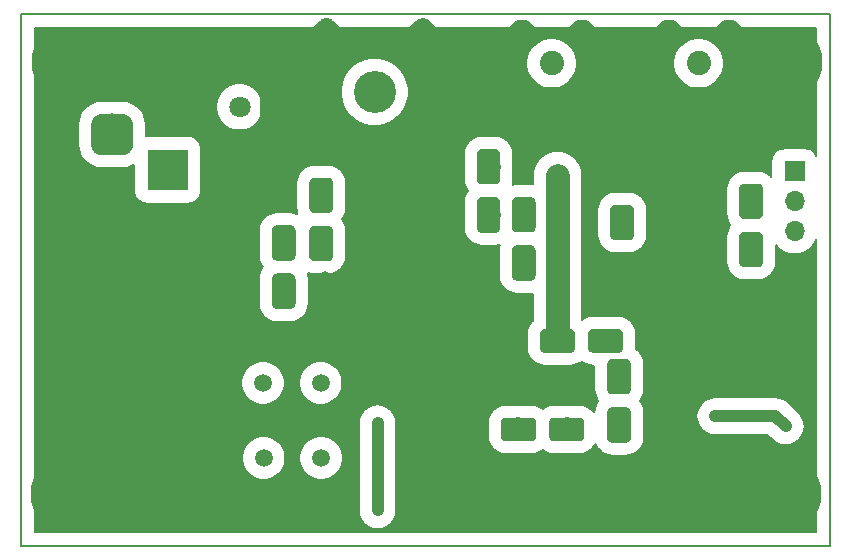
<source format=gbr>
%TF.GenerationSoftware,KiCad,Pcbnew,(5.1.2)-2*%
%TF.CreationDate,2019-08-18T23:04:57+01:00*%
%TF.ProjectId,ReferenceBias,52656665-7265-46e6-9365-426961732e6b,rev?*%
%TF.SameCoordinates,Original*%
%TF.FileFunction,Copper,L2,Bot*%
%TF.FilePolarity,Positive*%
%FSLAX46Y46*%
G04 Gerber Fmt 4.6, Leading zero omitted, Abs format (unit mm)*
G04 Created by KiCad (PCBNEW (5.1.2)-2) date 2019-08-18 23:04:57*
%MOMM*%
%LPD*%
G04 APERTURE LIST*
%ADD10C,0.150000*%
%ADD11C,1.500000*%
%ADD12C,0.100000*%
%ADD13C,2.000000*%
%ADD14R,1.700000X1.700000*%
%ADD15O,1.700000X1.700000*%
%ADD16C,3.600000*%
%ADD17C,3.556000*%
%ADD18R,3.500000X3.500000*%
%ADD19C,3.000000*%
%ADD20C,3.500000*%
%ADD21C,2.250000*%
%ADD22C,2.050000*%
%ADD23C,6.000000*%
%ADD24R,1.800000X1.800000*%
%ADD25C,1.800000*%
%ADD26C,0.800000*%
%ADD27C,1.000000*%
%ADD28C,1.500000*%
%ADD29C,2.000000*%
%ADD30C,0.200000*%
G04 APERTURE END LIST*
D10*
X28500000Y-109000000D02*
X28500000Y-154000000D01*
X97000000Y-154000000D02*
X28500000Y-154000000D01*
X97000000Y-109000000D02*
X97000000Y-154000000D01*
X28500000Y-109000000D02*
X97000000Y-109000000D01*
D11*
X53902000Y-146558000D03*
X49022000Y-146558000D03*
X48968000Y-140208000D03*
X53848000Y-140208000D03*
D12*
G36*
X79094539Y-135654090D02*
G01*
X79136669Y-135660339D01*
X79177984Y-135670688D01*
X79218085Y-135685036D01*
X79256586Y-135703246D01*
X79293117Y-135725142D01*
X79327327Y-135750513D01*
X79358884Y-135779116D01*
X79387487Y-135810673D01*
X79412858Y-135844883D01*
X79434754Y-135881414D01*
X79452964Y-135919915D01*
X79467312Y-135960016D01*
X79477661Y-136001331D01*
X79483910Y-136043461D01*
X79486000Y-136086000D01*
X79486000Y-137218000D01*
X79483910Y-137260539D01*
X79477661Y-137302669D01*
X79467312Y-137343984D01*
X79452964Y-137384085D01*
X79434754Y-137422586D01*
X79412858Y-137459117D01*
X79387487Y-137493327D01*
X79358884Y-137524884D01*
X79327327Y-137553487D01*
X79293117Y-137578858D01*
X79256586Y-137600754D01*
X79218085Y-137618964D01*
X79177984Y-137633312D01*
X79136669Y-137643661D01*
X79094539Y-137649910D01*
X79052000Y-137652000D01*
X76920000Y-137652000D01*
X76877461Y-137649910D01*
X76835331Y-137643661D01*
X76794016Y-137633312D01*
X76753915Y-137618964D01*
X76715414Y-137600754D01*
X76678883Y-137578858D01*
X76644673Y-137553487D01*
X76613116Y-137524884D01*
X76584513Y-137493327D01*
X76559142Y-137459117D01*
X76537246Y-137422586D01*
X76519036Y-137384085D01*
X76504688Y-137343984D01*
X76494339Y-137302669D01*
X76488090Y-137260539D01*
X76486000Y-137218000D01*
X76486000Y-136086000D01*
X76488090Y-136043461D01*
X76494339Y-136001331D01*
X76504688Y-135960016D01*
X76519036Y-135919915D01*
X76537246Y-135881414D01*
X76559142Y-135844883D01*
X76584513Y-135810673D01*
X76613116Y-135779116D01*
X76644673Y-135750513D01*
X76678883Y-135725142D01*
X76715414Y-135703246D01*
X76753915Y-135685036D01*
X76794016Y-135670688D01*
X76835331Y-135660339D01*
X76877461Y-135654090D01*
X76920000Y-135652000D01*
X79052000Y-135652000D01*
X79094539Y-135654090D01*
X79094539Y-135654090D01*
G37*
D13*
X77986000Y-136652000D03*
D12*
G36*
X75014539Y-135654090D02*
G01*
X75056669Y-135660339D01*
X75097984Y-135670688D01*
X75138085Y-135685036D01*
X75176586Y-135703246D01*
X75213117Y-135725142D01*
X75247327Y-135750513D01*
X75278884Y-135779116D01*
X75307487Y-135810673D01*
X75332858Y-135844883D01*
X75354754Y-135881414D01*
X75372964Y-135919915D01*
X75387312Y-135960016D01*
X75397661Y-136001331D01*
X75403910Y-136043461D01*
X75406000Y-136086000D01*
X75406000Y-137218000D01*
X75403910Y-137260539D01*
X75397661Y-137302669D01*
X75387312Y-137343984D01*
X75372964Y-137384085D01*
X75354754Y-137422586D01*
X75332858Y-137459117D01*
X75307487Y-137493327D01*
X75278884Y-137524884D01*
X75247327Y-137553487D01*
X75213117Y-137578858D01*
X75176586Y-137600754D01*
X75138085Y-137618964D01*
X75097984Y-137633312D01*
X75056669Y-137643661D01*
X75014539Y-137649910D01*
X74972000Y-137652000D01*
X72840000Y-137652000D01*
X72797461Y-137649910D01*
X72755331Y-137643661D01*
X72714016Y-137633312D01*
X72673915Y-137618964D01*
X72635414Y-137600754D01*
X72598883Y-137578858D01*
X72564673Y-137553487D01*
X72533116Y-137524884D01*
X72504513Y-137493327D01*
X72479142Y-137459117D01*
X72457246Y-137422586D01*
X72439036Y-137384085D01*
X72424688Y-137343984D01*
X72414339Y-137302669D01*
X72408090Y-137260539D01*
X72406000Y-137218000D01*
X72406000Y-136086000D01*
X72408090Y-136043461D01*
X72414339Y-136001331D01*
X72424688Y-135960016D01*
X72439036Y-135919915D01*
X72457246Y-135881414D01*
X72479142Y-135844883D01*
X72504513Y-135810673D01*
X72533116Y-135779116D01*
X72564673Y-135750513D01*
X72598883Y-135725142D01*
X72635414Y-135703246D01*
X72673915Y-135685036D01*
X72714016Y-135670688D01*
X72755331Y-135660339D01*
X72797461Y-135654090D01*
X72840000Y-135652000D01*
X74972000Y-135652000D01*
X75014539Y-135654090D01*
X75014539Y-135654090D01*
G37*
D13*
X73906000Y-136652000D03*
D12*
G36*
X79729539Y-142274090D02*
G01*
X79771669Y-142280339D01*
X79812984Y-142290688D01*
X79853085Y-142305036D01*
X79891586Y-142323246D01*
X79928117Y-142345142D01*
X79962327Y-142370513D01*
X79993884Y-142399116D01*
X80022487Y-142430673D01*
X80047858Y-142464883D01*
X80069754Y-142501414D01*
X80087964Y-142539915D01*
X80102312Y-142580016D01*
X80112661Y-142621331D01*
X80118910Y-142663461D01*
X80121000Y-142706000D01*
X80121000Y-144838000D01*
X80118910Y-144880539D01*
X80112661Y-144922669D01*
X80102312Y-144963984D01*
X80087964Y-145004085D01*
X80069754Y-145042586D01*
X80047858Y-145079117D01*
X80022487Y-145113327D01*
X79993884Y-145144884D01*
X79962327Y-145173487D01*
X79928117Y-145198858D01*
X79891586Y-145220754D01*
X79853085Y-145238964D01*
X79812984Y-145253312D01*
X79771669Y-145263661D01*
X79729539Y-145269910D01*
X79687000Y-145272000D01*
X78555000Y-145272000D01*
X78512461Y-145269910D01*
X78470331Y-145263661D01*
X78429016Y-145253312D01*
X78388915Y-145238964D01*
X78350414Y-145220754D01*
X78313883Y-145198858D01*
X78279673Y-145173487D01*
X78248116Y-145144884D01*
X78219513Y-145113327D01*
X78194142Y-145079117D01*
X78172246Y-145042586D01*
X78154036Y-145004085D01*
X78139688Y-144963984D01*
X78129339Y-144922669D01*
X78123090Y-144880539D01*
X78121000Y-144838000D01*
X78121000Y-142706000D01*
X78123090Y-142663461D01*
X78129339Y-142621331D01*
X78139688Y-142580016D01*
X78154036Y-142539915D01*
X78172246Y-142501414D01*
X78194142Y-142464883D01*
X78219513Y-142430673D01*
X78248116Y-142399116D01*
X78279673Y-142370513D01*
X78313883Y-142345142D01*
X78350414Y-142323246D01*
X78388915Y-142305036D01*
X78429016Y-142290688D01*
X78470331Y-142280339D01*
X78512461Y-142274090D01*
X78555000Y-142272000D01*
X79687000Y-142272000D01*
X79729539Y-142274090D01*
X79729539Y-142274090D01*
G37*
D13*
X79121000Y-143772000D03*
D12*
G36*
X79729539Y-138194090D02*
G01*
X79771669Y-138200339D01*
X79812984Y-138210688D01*
X79853085Y-138225036D01*
X79891586Y-138243246D01*
X79928117Y-138265142D01*
X79962327Y-138290513D01*
X79993884Y-138319116D01*
X80022487Y-138350673D01*
X80047858Y-138384883D01*
X80069754Y-138421414D01*
X80087964Y-138459915D01*
X80102312Y-138500016D01*
X80112661Y-138541331D01*
X80118910Y-138583461D01*
X80121000Y-138626000D01*
X80121000Y-140758000D01*
X80118910Y-140800539D01*
X80112661Y-140842669D01*
X80102312Y-140883984D01*
X80087964Y-140924085D01*
X80069754Y-140962586D01*
X80047858Y-140999117D01*
X80022487Y-141033327D01*
X79993884Y-141064884D01*
X79962327Y-141093487D01*
X79928117Y-141118858D01*
X79891586Y-141140754D01*
X79853085Y-141158964D01*
X79812984Y-141173312D01*
X79771669Y-141183661D01*
X79729539Y-141189910D01*
X79687000Y-141192000D01*
X78555000Y-141192000D01*
X78512461Y-141189910D01*
X78470331Y-141183661D01*
X78429016Y-141173312D01*
X78388915Y-141158964D01*
X78350414Y-141140754D01*
X78313883Y-141118858D01*
X78279673Y-141093487D01*
X78248116Y-141064884D01*
X78219513Y-141033327D01*
X78194142Y-140999117D01*
X78172246Y-140962586D01*
X78154036Y-140924085D01*
X78139688Y-140883984D01*
X78129339Y-140842669D01*
X78123090Y-140800539D01*
X78121000Y-140758000D01*
X78121000Y-138626000D01*
X78123090Y-138583461D01*
X78129339Y-138541331D01*
X78139688Y-138500016D01*
X78154036Y-138459915D01*
X78172246Y-138421414D01*
X78194142Y-138384883D01*
X78219513Y-138350673D01*
X78248116Y-138319116D01*
X78279673Y-138290513D01*
X78313883Y-138265142D01*
X78350414Y-138243246D01*
X78388915Y-138225036D01*
X78429016Y-138210688D01*
X78470331Y-138200339D01*
X78512461Y-138194090D01*
X78555000Y-138192000D01*
X79687000Y-138192000D01*
X79729539Y-138194090D01*
X79729539Y-138194090D01*
G37*
D13*
X79121000Y-139692000D03*
D12*
G36*
X71712539Y-143147090D02*
G01*
X71754669Y-143153339D01*
X71795984Y-143163688D01*
X71836085Y-143178036D01*
X71874586Y-143196246D01*
X71911117Y-143218142D01*
X71945327Y-143243513D01*
X71976884Y-143272116D01*
X72005487Y-143303673D01*
X72030858Y-143337883D01*
X72052754Y-143374414D01*
X72070964Y-143412915D01*
X72085312Y-143453016D01*
X72095661Y-143494331D01*
X72101910Y-143536461D01*
X72104000Y-143579000D01*
X72104000Y-144711000D01*
X72101910Y-144753539D01*
X72095661Y-144795669D01*
X72085312Y-144836984D01*
X72070964Y-144877085D01*
X72052754Y-144915586D01*
X72030858Y-144952117D01*
X72005487Y-144986327D01*
X71976884Y-145017884D01*
X71945327Y-145046487D01*
X71911117Y-145071858D01*
X71874586Y-145093754D01*
X71836085Y-145111964D01*
X71795984Y-145126312D01*
X71754669Y-145136661D01*
X71712539Y-145142910D01*
X71670000Y-145145000D01*
X69538000Y-145145000D01*
X69495461Y-145142910D01*
X69453331Y-145136661D01*
X69412016Y-145126312D01*
X69371915Y-145111964D01*
X69333414Y-145093754D01*
X69296883Y-145071858D01*
X69262673Y-145046487D01*
X69231116Y-145017884D01*
X69202513Y-144986327D01*
X69177142Y-144952117D01*
X69155246Y-144915586D01*
X69137036Y-144877085D01*
X69122688Y-144836984D01*
X69112339Y-144795669D01*
X69106090Y-144753539D01*
X69104000Y-144711000D01*
X69104000Y-143579000D01*
X69106090Y-143536461D01*
X69112339Y-143494331D01*
X69122688Y-143453016D01*
X69137036Y-143412915D01*
X69155246Y-143374414D01*
X69177142Y-143337883D01*
X69202513Y-143303673D01*
X69231116Y-143272116D01*
X69262673Y-143243513D01*
X69296883Y-143218142D01*
X69333414Y-143196246D01*
X69371915Y-143178036D01*
X69412016Y-143163688D01*
X69453331Y-143153339D01*
X69495461Y-143147090D01*
X69538000Y-143145000D01*
X71670000Y-143145000D01*
X71712539Y-143147090D01*
X71712539Y-143147090D01*
G37*
D13*
X70604000Y-144145000D03*
D12*
G36*
X75792539Y-143147090D02*
G01*
X75834669Y-143153339D01*
X75875984Y-143163688D01*
X75916085Y-143178036D01*
X75954586Y-143196246D01*
X75991117Y-143218142D01*
X76025327Y-143243513D01*
X76056884Y-143272116D01*
X76085487Y-143303673D01*
X76110858Y-143337883D01*
X76132754Y-143374414D01*
X76150964Y-143412915D01*
X76165312Y-143453016D01*
X76175661Y-143494331D01*
X76181910Y-143536461D01*
X76184000Y-143579000D01*
X76184000Y-144711000D01*
X76181910Y-144753539D01*
X76175661Y-144795669D01*
X76165312Y-144836984D01*
X76150964Y-144877085D01*
X76132754Y-144915586D01*
X76110858Y-144952117D01*
X76085487Y-144986327D01*
X76056884Y-145017884D01*
X76025327Y-145046487D01*
X75991117Y-145071858D01*
X75954586Y-145093754D01*
X75916085Y-145111964D01*
X75875984Y-145126312D01*
X75834669Y-145136661D01*
X75792539Y-145142910D01*
X75750000Y-145145000D01*
X73618000Y-145145000D01*
X73575461Y-145142910D01*
X73533331Y-145136661D01*
X73492016Y-145126312D01*
X73451915Y-145111964D01*
X73413414Y-145093754D01*
X73376883Y-145071858D01*
X73342673Y-145046487D01*
X73311116Y-145017884D01*
X73282513Y-144986327D01*
X73257142Y-144952117D01*
X73235246Y-144915586D01*
X73217036Y-144877085D01*
X73202688Y-144836984D01*
X73192339Y-144795669D01*
X73186090Y-144753539D01*
X73184000Y-144711000D01*
X73184000Y-143579000D01*
X73186090Y-143536461D01*
X73192339Y-143494331D01*
X73202688Y-143453016D01*
X73217036Y-143412915D01*
X73235246Y-143374414D01*
X73257142Y-143337883D01*
X73282513Y-143303673D01*
X73311116Y-143272116D01*
X73342673Y-143243513D01*
X73376883Y-143218142D01*
X73413414Y-143196246D01*
X73451915Y-143178036D01*
X73492016Y-143163688D01*
X73533331Y-143153339D01*
X73575461Y-143147090D01*
X73618000Y-143145000D01*
X75750000Y-143145000D01*
X75792539Y-143147090D01*
X75792539Y-143147090D01*
G37*
D13*
X74684000Y-144145000D03*
D12*
G36*
X90905539Y-123335090D02*
G01*
X90947669Y-123341339D01*
X90988984Y-123351688D01*
X91029085Y-123366036D01*
X91067586Y-123384246D01*
X91104117Y-123406142D01*
X91138327Y-123431513D01*
X91169884Y-123460116D01*
X91198487Y-123491673D01*
X91223858Y-123525883D01*
X91245754Y-123562414D01*
X91263964Y-123600915D01*
X91278312Y-123641016D01*
X91288661Y-123682331D01*
X91294910Y-123724461D01*
X91297000Y-123767000D01*
X91297000Y-125899000D01*
X91294910Y-125941539D01*
X91288661Y-125983669D01*
X91278312Y-126024984D01*
X91263964Y-126065085D01*
X91245754Y-126103586D01*
X91223858Y-126140117D01*
X91198487Y-126174327D01*
X91169884Y-126205884D01*
X91138327Y-126234487D01*
X91104117Y-126259858D01*
X91067586Y-126281754D01*
X91029085Y-126299964D01*
X90988984Y-126314312D01*
X90947669Y-126324661D01*
X90905539Y-126330910D01*
X90863000Y-126333000D01*
X89731000Y-126333000D01*
X89688461Y-126330910D01*
X89646331Y-126324661D01*
X89605016Y-126314312D01*
X89564915Y-126299964D01*
X89526414Y-126281754D01*
X89489883Y-126259858D01*
X89455673Y-126234487D01*
X89424116Y-126205884D01*
X89395513Y-126174327D01*
X89370142Y-126140117D01*
X89348246Y-126103586D01*
X89330036Y-126065085D01*
X89315688Y-126024984D01*
X89305339Y-125983669D01*
X89299090Y-125941539D01*
X89297000Y-125899000D01*
X89297000Y-123767000D01*
X89299090Y-123724461D01*
X89305339Y-123682331D01*
X89315688Y-123641016D01*
X89330036Y-123600915D01*
X89348246Y-123562414D01*
X89370142Y-123525883D01*
X89395513Y-123491673D01*
X89424116Y-123460116D01*
X89455673Y-123431513D01*
X89489883Y-123406142D01*
X89526414Y-123384246D01*
X89564915Y-123366036D01*
X89605016Y-123351688D01*
X89646331Y-123341339D01*
X89688461Y-123335090D01*
X89731000Y-123333000D01*
X90863000Y-123333000D01*
X90905539Y-123335090D01*
X90905539Y-123335090D01*
G37*
D13*
X90297000Y-124833000D03*
D12*
G36*
X90905539Y-127415090D02*
G01*
X90947669Y-127421339D01*
X90988984Y-127431688D01*
X91029085Y-127446036D01*
X91067586Y-127464246D01*
X91104117Y-127486142D01*
X91138327Y-127511513D01*
X91169884Y-127540116D01*
X91198487Y-127571673D01*
X91223858Y-127605883D01*
X91245754Y-127642414D01*
X91263964Y-127680915D01*
X91278312Y-127721016D01*
X91288661Y-127762331D01*
X91294910Y-127804461D01*
X91297000Y-127847000D01*
X91297000Y-129979000D01*
X91294910Y-130021539D01*
X91288661Y-130063669D01*
X91278312Y-130104984D01*
X91263964Y-130145085D01*
X91245754Y-130183586D01*
X91223858Y-130220117D01*
X91198487Y-130254327D01*
X91169884Y-130285884D01*
X91138327Y-130314487D01*
X91104117Y-130339858D01*
X91067586Y-130361754D01*
X91029085Y-130379964D01*
X90988984Y-130394312D01*
X90947669Y-130404661D01*
X90905539Y-130410910D01*
X90863000Y-130413000D01*
X89731000Y-130413000D01*
X89688461Y-130410910D01*
X89646331Y-130404661D01*
X89605016Y-130394312D01*
X89564915Y-130379964D01*
X89526414Y-130361754D01*
X89489883Y-130339858D01*
X89455673Y-130314487D01*
X89424116Y-130285884D01*
X89395513Y-130254327D01*
X89370142Y-130220117D01*
X89348246Y-130183586D01*
X89330036Y-130145085D01*
X89315688Y-130104984D01*
X89305339Y-130063669D01*
X89299090Y-130021539D01*
X89297000Y-129979000D01*
X89297000Y-127847000D01*
X89299090Y-127804461D01*
X89305339Y-127762331D01*
X89315688Y-127721016D01*
X89330036Y-127680915D01*
X89348246Y-127642414D01*
X89370142Y-127605883D01*
X89395513Y-127571673D01*
X89424116Y-127540116D01*
X89455673Y-127511513D01*
X89489883Y-127486142D01*
X89526414Y-127464246D01*
X89564915Y-127446036D01*
X89605016Y-127431688D01*
X89646331Y-127421339D01*
X89688461Y-127415090D01*
X89731000Y-127413000D01*
X90863000Y-127413000D01*
X90905539Y-127415090D01*
X90905539Y-127415090D01*
G37*
D13*
X90297000Y-128913000D03*
D12*
G36*
X51337590Y-126865625D02*
G01*
X51379720Y-126871874D01*
X51421035Y-126882223D01*
X51461136Y-126896571D01*
X51499637Y-126914781D01*
X51536168Y-126936677D01*
X51570378Y-126962048D01*
X51601935Y-126990651D01*
X51630538Y-127022208D01*
X51655909Y-127056418D01*
X51677805Y-127092949D01*
X51696015Y-127131450D01*
X51710363Y-127171551D01*
X51720712Y-127212866D01*
X51726961Y-127254996D01*
X51729051Y-127297535D01*
X51729051Y-129429535D01*
X51726961Y-129472074D01*
X51720712Y-129514204D01*
X51710363Y-129555519D01*
X51696015Y-129595620D01*
X51677805Y-129634121D01*
X51655909Y-129670652D01*
X51630538Y-129704862D01*
X51601935Y-129736419D01*
X51570378Y-129765022D01*
X51536168Y-129790393D01*
X51499637Y-129812289D01*
X51461136Y-129830499D01*
X51421035Y-129844847D01*
X51379720Y-129855196D01*
X51337590Y-129861445D01*
X51295051Y-129863535D01*
X50163051Y-129863535D01*
X50120512Y-129861445D01*
X50078382Y-129855196D01*
X50037067Y-129844847D01*
X49996966Y-129830499D01*
X49958465Y-129812289D01*
X49921934Y-129790393D01*
X49887724Y-129765022D01*
X49856167Y-129736419D01*
X49827564Y-129704862D01*
X49802193Y-129670652D01*
X49780297Y-129634121D01*
X49762087Y-129595620D01*
X49747739Y-129555519D01*
X49737390Y-129514204D01*
X49731141Y-129472074D01*
X49729051Y-129429535D01*
X49729051Y-127297535D01*
X49731141Y-127254996D01*
X49737390Y-127212866D01*
X49747739Y-127171551D01*
X49762087Y-127131450D01*
X49780297Y-127092949D01*
X49802193Y-127056418D01*
X49827564Y-127022208D01*
X49856167Y-126990651D01*
X49887724Y-126962048D01*
X49921934Y-126936677D01*
X49958465Y-126914781D01*
X49996966Y-126896571D01*
X50037067Y-126882223D01*
X50078382Y-126871874D01*
X50120512Y-126865625D01*
X50163051Y-126863535D01*
X51295051Y-126863535D01*
X51337590Y-126865625D01*
X51337590Y-126865625D01*
G37*
D13*
X50729051Y-128363535D03*
D12*
G36*
X51337590Y-130945625D02*
G01*
X51379720Y-130951874D01*
X51421035Y-130962223D01*
X51461136Y-130976571D01*
X51499637Y-130994781D01*
X51536168Y-131016677D01*
X51570378Y-131042048D01*
X51601935Y-131070651D01*
X51630538Y-131102208D01*
X51655909Y-131136418D01*
X51677805Y-131172949D01*
X51696015Y-131211450D01*
X51710363Y-131251551D01*
X51720712Y-131292866D01*
X51726961Y-131334996D01*
X51729051Y-131377535D01*
X51729051Y-133509535D01*
X51726961Y-133552074D01*
X51720712Y-133594204D01*
X51710363Y-133635519D01*
X51696015Y-133675620D01*
X51677805Y-133714121D01*
X51655909Y-133750652D01*
X51630538Y-133784862D01*
X51601935Y-133816419D01*
X51570378Y-133845022D01*
X51536168Y-133870393D01*
X51499637Y-133892289D01*
X51461136Y-133910499D01*
X51421035Y-133924847D01*
X51379720Y-133935196D01*
X51337590Y-133941445D01*
X51295051Y-133943535D01*
X50163051Y-133943535D01*
X50120512Y-133941445D01*
X50078382Y-133935196D01*
X50037067Y-133924847D01*
X49996966Y-133910499D01*
X49958465Y-133892289D01*
X49921934Y-133870393D01*
X49887724Y-133845022D01*
X49856167Y-133816419D01*
X49827564Y-133784862D01*
X49802193Y-133750652D01*
X49780297Y-133714121D01*
X49762087Y-133675620D01*
X49747739Y-133635519D01*
X49737390Y-133594204D01*
X49731141Y-133552074D01*
X49729051Y-133509535D01*
X49729051Y-131377535D01*
X49731141Y-131334996D01*
X49737390Y-131292866D01*
X49747739Y-131251551D01*
X49762087Y-131211450D01*
X49780297Y-131172949D01*
X49802193Y-131136418D01*
X49827564Y-131102208D01*
X49856167Y-131070651D01*
X49887724Y-131042048D01*
X49921934Y-131016677D01*
X49958465Y-130994781D01*
X49996966Y-130976571D01*
X50037067Y-130962223D01*
X50078382Y-130951874D01*
X50120512Y-130945625D01*
X50163051Y-130943535D01*
X51295051Y-130943535D01*
X51337590Y-130945625D01*
X51337590Y-130945625D01*
G37*
D13*
X50729051Y-132443535D03*
D12*
G36*
X54512590Y-122827090D02*
G01*
X54554720Y-122833339D01*
X54596035Y-122843688D01*
X54636136Y-122858036D01*
X54674637Y-122876246D01*
X54711168Y-122898142D01*
X54745378Y-122923513D01*
X54776935Y-122952116D01*
X54805538Y-122983673D01*
X54830909Y-123017883D01*
X54852805Y-123054414D01*
X54871015Y-123092915D01*
X54885363Y-123133016D01*
X54895712Y-123174331D01*
X54901961Y-123216461D01*
X54904051Y-123259000D01*
X54904051Y-125391000D01*
X54901961Y-125433539D01*
X54895712Y-125475669D01*
X54885363Y-125516984D01*
X54871015Y-125557085D01*
X54852805Y-125595586D01*
X54830909Y-125632117D01*
X54805538Y-125666327D01*
X54776935Y-125697884D01*
X54745378Y-125726487D01*
X54711168Y-125751858D01*
X54674637Y-125773754D01*
X54636136Y-125791964D01*
X54596035Y-125806312D01*
X54554720Y-125816661D01*
X54512590Y-125822910D01*
X54470051Y-125825000D01*
X53338051Y-125825000D01*
X53295512Y-125822910D01*
X53253382Y-125816661D01*
X53212067Y-125806312D01*
X53171966Y-125791964D01*
X53133465Y-125773754D01*
X53096934Y-125751858D01*
X53062724Y-125726487D01*
X53031167Y-125697884D01*
X53002564Y-125666327D01*
X52977193Y-125632117D01*
X52955297Y-125595586D01*
X52937087Y-125557085D01*
X52922739Y-125516984D01*
X52912390Y-125475669D01*
X52906141Y-125433539D01*
X52904051Y-125391000D01*
X52904051Y-123259000D01*
X52906141Y-123216461D01*
X52912390Y-123174331D01*
X52922739Y-123133016D01*
X52937087Y-123092915D01*
X52955297Y-123054414D01*
X52977193Y-123017883D01*
X53002564Y-122983673D01*
X53031167Y-122952116D01*
X53062724Y-122923513D01*
X53096934Y-122898142D01*
X53133465Y-122876246D01*
X53171966Y-122858036D01*
X53212067Y-122843688D01*
X53253382Y-122833339D01*
X53295512Y-122827090D01*
X53338051Y-122825000D01*
X54470051Y-122825000D01*
X54512590Y-122827090D01*
X54512590Y-122827090D01*
G37*
D13*
X53904051Y-124325000D03*
D12*
G36*
X54512590Y-126907090D02*
G01*
X54554720Y-126913339D01*
X54596035Y-126923688D01*
X54636136Y-126938036D01*
X54674637Y-126956246D01*
X54711168Y-126978142D01*
X54745378Y-127003513D01*
X54776935Y-127032116D01*
X54805538Y-127063673D01*
X54830909Y-127097883D01*
X54852805Y-127134414D01*
X54871015Y-127172915D01*
X54885363Y-127213016D01*
X54895712Y-127254331D01*
X54901961Y-127296461D01*
X54904051Y-127339000D01*
X54904051Y-129471000D01*
X54901961Y-129513539D01*
X54895712Y-129555669D01*
X54885363Y-129596984D01*
X54871015Y-129637085D01*
X54852805Y-129675586D01*
X54830909Y-129712117D01*
X54805538Y-129746327D01*
X54776935Y-129777884D01*
X54745378Y-129806487D01*
X54711168Y-129831858D01*
X54674637Y-129853754D01*
X54636136Y-129871964D01*
X54596035Y-129886312D01*
X54554720Y-129896661D01*
X54512590Y-129902910D01*
X54470051Y-129905000D01*
X53338051Y-129905000D01*
X53295512Y-129902910D01*
X53253382Y-129896661D01*
X53212067Y-129886312D01*
X53171966Y-129871964D01*
X53133465Y-129853754D01*
X53096934Y-129831858D01*
X53062724Y-129806487D01*
X53031167Y-129777884D01*
X53002564Y-129746327D01*
X52977193Y-129712117D01*
X52955297Y-129675586D01*
X52937087Y-129637085D01*
X52922739Y-129596984D01*
X52912390Y-129555669D01*
X52906141Y-129513539D01*
X52904051Y-129471000D01*
X52904051Y-127339000D01*
X52906141Y-127296461D01*
X52912390Y-127254331D01*
X52922739Y-127213016D01*
X52937087Y-127172915D01*
X52955297Y-127134414D01*
X52977193Y-127097883D01*
X53002564Y-127063673D01*
X53031167Y-127032116D01*
X53062724Y-127003513D01*
X53096934Y-126978142D01*
X53133465Y-126956246D01*
X53171966Y-126938036D01*
X53212067Y-126923688D01*
X53253382Y-126913339D01*
X53295512Y-126907090D01*
X53338051Y-126905000D01*
X54470051Y-126905000D01*
X54512590Y-126907090D01*
X54512590Y-126907090D01*
G37*
D13*
X53904051Y-128405000D03*
D12*
G36*
X71657590Y-124478090D02*
G01*
X71699720Y-124484339D01*
X71741035Y-124494688D01*
X71781136Y-124509036D01*
X71819637Y-124527246D01*
X71856168Y-124549142D01*
X71890378Y-124574513D01*
X71921935Y-124603116D01*
X71950538Y-124634673D01*
X71975909Y-124668883D01*
X71997805Y-124705414D01*
X72016015Y-124743915D01*
X72030363Y-124784016D01*
X72040712Y-124825331D01*
X72046961Y-124867461D01*
X72049051Y-124910000D01*
X72049051Y-127042000D01*
X72046961Y-127084539D01*
X72040712Y-127126669D01*
X72030363Y-127167984D01*
X72016015Y-127208085D01*
X71997805Y-127246586D01*
X71975909Y-127283117D01*
X71950538Y-127317327D01*
X71921935Y-127348884D01*
X71890378Y-127377487D01*
X71856168Y-127402858D01*
X71819637Y-127424754D01*
X71781136Y-127442964D01*
X71741035Y-127457312D01*
X71699720Y-127467661D01*
X71657590Y-127473910D01*
X71615051Y-127476000D01*
X70483051Y-127476000D01*
X70440512Y-127473910D01*
X70398382Y-127467661D01*
X70357067Y-127457312D01*
X70316966Y-127442964D01*
X70278465Y-127424754D01*
X70241934Y-127402858D01*
X70207724Y-127377487D01*
X70176167Y-127348884D01*
X70147564Y-127317327D01*
X70122193Y-127283117D01*
X70100297Y-127246586D01*
X70082087Y-127208085D01*
X70067739Y-127167984D01*
X70057390Y-127126669D01*
X70051141Y-127084539D01*
X70049051Y-127042000D01*
X70049051Y-124910000D01*
X70051141Y-124867461D01*
X70057390Y-124825331D01*
X70067739Y-124784016D01*
X70082087Y-124743915D01*
X70100297Y-124705414D01*
X70122193Y-124668883D01*
X70147564Y-124634673D01*
X70176167Y-124603116D01*
X70207724Y-124574513D01*
X70241934Y-124549142D01*
X70278465Y-124527246D01*
X70316966Y-124509036D01*
X70357067Y-124494688D01*
X70398382Y-124484339D01*
X70440512Y-124478090D01*
X70483051Y-124476000D01*
X71615051Y-124476000D01*
X71657590Y-124478090D01*
X71657590Y-124478090D01*
G37*
D13*
X71049051Y-125976000D03*
D12*
G36*
X71657590Y-128558090D02*
G01*
X71699720Y-128564339D01*
X71741035Y-128574688D01*
X71781136Y-128589036D01*
X71819637Y-128607246D01*
X71856168Y-128629142D01*
X71890378Y-128654513D01*
X71921935Y-128683116D01*
X71950538Y-128714673D01*
X71975909Y-128748883D01*
X71997805Y-128785414D01*
X72016015Y-128823915D01*
X72030363Y-128864016D01*
X72040712Y-128905331D01*
X72046961Y-128947461D01*
X72049051Y-128990000D01*
X72049051Y-131122000D01*
X72046961Y-131164539D01*
X72040712Y-131206669D01*
X72030363Y-131247984D01*
X72016015Y-131288085D01*
X71997805Y-131326586D01*
X71975909Y-131363117D01*
X71950538Y-131397327D01*
X71921935Y-131428884D01*
X71890378Y-131457487D01*
X71856168Y-131482858D01*
X71819637Y-131504754D01*
X71781136Y-131522964D01*
X71741035Y-131537312D01*
X71699720Y-131547661D01*
X71657590Y-131553910D01*
X71615051Y-131556000D01*
X70483051Y-131556000D01*
X70440512Y-131553910D01*
X70398382Y-131547661D01*
X70357067Y-131537312D01*
X70316966Y-131522964D01*
X70278465Y-131504754D01*
X70241934Y-131482858D01*
X70207724Y-131457487D01*
X70176167Y-131428884D01*
X70147564Y-131397327D01*
X70122193Y-131363117D01*
X70100297Y-131326586D01*
X70082087Y-131288085D01*
X70067739Y-131247984D01*
X70057390Y-131206669D01*
X70051141Y-131164539D01*
X70049051Y-131122000D01*
X70049051Y-128990000D01*
X70051141Y-128947461D01*
X70057390Y-128905331D01*
X70067739Y-128864016D01*
X70082087Y-128823915D01*
X70100297Y-128785414D01*
X70122193Y-128748883D01*
X70147564Y-128714673D01*
X70176167Y-128683116D01*
X70207724Y-128654513D01*
X70241934Y-128629142D01*
X70278465Y-128607246D01*
X70316966Y-128589036D01*
X70357067Y-128574688D01*
X70398382Y-128564339D01*
X70440512Y-128558090D01*
X70483051Y-128556000D01*
X71615051Y-128556000D01*
X71657590Y-128558090D01*
X71657590Y-128558090D01*
G37*
D13*
X71049051Y-130056000D03*
D12*
G36*
X79983539Y-125129090D02*
G01*
X80025669Y-125135339D01*
X80066984Y-125145688D01*
X80107085Y-125160036D01*
X80145586Y-125178246D01*
X80182117Y-125200142D01*
X80216327Y-125225513D01*
X80247884Y-125254116D01*
X80276487Y-125285673D01*
X80301858Y-125319883D01*
X80323754Y-125356414D01*
X80341964Y-125394915D01*
X80356312Y-125435016D01*
X80366661Y-125476331D01*
X80372910Y-125518461D01*
X80375000Y-125561000D01*
X80375000Y-127693000D01*
X80372910Y-127735539D01*
X80366661Y-127777669D01*
X80356312Y-127818984D01*
X80341964Y-127859085D01*
X80323754Y-127897586D01*
X80301858Y-127934117D01*
X80276487Y-127968327D01*
X80247884Y-127999884D01*
X80216327Y-128028487D01*
X80182117Y-128053858D01*
X80145586Y-128075754D01*
X80107085Y-128093964D01*
X80066984Y-128108312D01*
X80025669Y-128118661D01*
X79983539Y-128124910D01*
X79941000Y-128127000D01*
X78809000Y-128127000D01*
X78766461Y-128124910D01*
X78724331Y-128118661D01*
X78683016Y-128108312D01*
X78642915Y-128093964D01*
X78604414Y-128075754D01*
X78567883Y-128053858D01*
X78533673Y-128028487D01*
X78502116Y-127999884D01*
X78473513Y-127968327D01*
X78448142Y-127934117D01*
X78426246Y-127897586D01*
X78408036Y-127859085D01*
X78393688Y-127818984D01*
X78383339Y-127777669D01*
X78377090Y-127735539D01*
X78375000Y-127693000D01*
X78375000Y-125561000D01*
X78377090Y-125518461D01*
X78383339Y-125476331D01*
X78393688Y-125435016D01*
X78408036Y-125394915D01*
X78426246Y-125356414D01*
X78448142Y-125319883D01*
X78473513Y-125285673D01*
X78502116Y-125254116D01*
X78533673Y-125225513D01*
X78567883Y-125200142D01*
X78604414Y-125178246D01*
X78642915Y-125160036D01*
X78683016Y-125145688D01*
X78724331Y-125135339D01*
X78766461Y-125129090D01*
X78809000Y-125127000D01*
X79941000Y-125127000D01*
X79983539Y-125129090D01*
X79983539Y-125129090D01*
G37*
D13*
X79375000Y-126627000D03*
D12*
G36*
X79983539Y-121049090D02*
G01*
X80025669Y-121055339D01*
X80066984Y-121065688D01*
X80107085Y-121080036D01*
X80145586Y-121098246D01*
X80182117Y-121120142D01*
X80216327Y-121145513D01*
X80247884Y-121174116D01*
X80276487Y-121205673D01*
X80301858Y-121239883D01*
X80323754Y-121276414D01*
X80341964Y-121314915D01*
X80356312Y-121355016D01*
X80366661Y-121396331D01*
X80372910Y-121438461D01*
X80375000Y-121481000D01*
X80375000Y-123613000D01*
X80372910Y-123655539D01*
X80366661Y-123697669D01*
X80356312Y-123738984D01*
X80341964Y-123779085D01*
X80323754Y-123817586D01*
X80301858Y-123854117D01*
X80276487Y-123888327D01*
X80247884Y-123919884D01*
X80216327Y-123948487D01*
X80182117Y-123973858D01*
X80145586Y-123995754D01*
X80107085Y-124013964D01*
X80066984Y-124028312D01*
X80025669Y-124038661D01*
X79983539Y-124044910D01*
X79941000Y-124047000D01*
X78809000Y-124047000D01*
X78766461Y-124044910D01*
X78724331Y-124038661D01*
X78683016Y-124028312D01*
X78642915Y-124013964D01*
X78604414Y-123995754D01*
X78567883Y-123973858D01*
X78533673Y-123948487D01*
X78502116Y-123919884D01*
X78473513Y-123888327D01*
X78448142Y-123854117D01*
X78426246Y-123817586D01*
X78408036Y-123779085D01*
X78393688Y-123738984D01*
X78383339Y-123697669D01*
X78377090Y-123655539D01*
X78375000Y-123613000D01*
X78375000Y-121481000D01*
X78377090Y-121438461D01*
X78383339Y-121396331D01*
X78393688Y-121355016D01*
X78408036Y-121314915D01*
X78426246Y-121276414D01*
X78448142Y-121239883D01*
X78473513Y-121205673D01*
X78502116Y-121174116D01*
X78533673Y-121145513D01*
X78567883Y-121120142D01*
X78604414Y-121098246D01*
X78642915Y-121080036D01*
X78683016Y-121065688D01*
X78724331Y-121055339D01*
X78766461Y-121049090D01*
X78809000Y-121047000D01*
X79941000Y-121047000D01*
X79983539Y-121049090D01*
X79983539Y-121049090D01*
G37*
D13*
X79375000Y-122547000D03*
D12*
G36*
X68680539Y-120414090D02*
G01*
X68722669Y-120420339D01*
X68763984Y-120430688D01*
X68804085Y-120445036D01*
X68842586Y-120463246D01*
X68879117Y-120485142D01*
X68913327Y-120510513D01*
X68944884Y-120539116D01*
X68973487Y-120570673D01*
X68998858Y-120604883D01*
X69020754Y-120641414D01*
X69038964Y-120679915D01*
X69053312Y-120720016D01*
X69063661Y-120761331D01*
X69069910Y-120803461D01*
X69072000Y-120846000D01*
X69072000Y-122978000D01*
X69069910Y-123020539D01*
X69063661Y-123062669D01*
X69053312Y-123103984D01*
X69038964Y-123144085D01*
X69020754Y-123182586D01*
X68998858Y-123219117D01*
X68973487Y-123253327D01*
X68944884Y-123284884D01*
X68913327Y-123313487D01*
X68879117Y-123338858D01*
X68842586Y-123360754D01*
X68804085Y-123378964D01*
X68763984Y-123393312D01*
X68722669Y-123403661D01*
X68680539Y-123409910D01*
X68638000Y-123412000D01*
X67506000Y-123412000D01*
X67463461Y-123409910D01*
X67421331Y-123403661D01*
X67380016Y-123393312D01*
X67339915Y-123378964D01*
X67301414Y-123360754D01*
X67264883Y-123338858D01*
X67230673Y-123313487D01*
X67199116Y-123284884D01*
X67170513Y-123253327D01*
X67145142Y-123219117D01*
X67123246Y-123182586D01*
X67105036Y-123144085D01*
X67090688Y-123103984D01*
X67080339Y-123062669D01*
X67074090Y-123020539D01*
X67072000Y-122978000D01*
X67072000Y-120846000D01*
X67074090Y-120803461D01*
X67080339Y-120761331D01*
X67090688Y-120720016D01*
X67105036Y-120679915D01*
X67123246Y-120641414D01*
X67145142Y-120604883D01*
X67170513Y-120570673D01*
X67199116Y-120539116D01*
X67230673Y-120510513D01*
X67264883Y-120485142D01*
X67301414Y-120463246D01*
X67339915Y-120445036D01*
X67380016Y-120430688D01*
X67421331Y-120420339D01*
X67463461Y-120414090D01*
X67506000Y-120412000D01*
X68638000Y-120412000D01*
X68680539Y-120414090D01*
X68680539Y-120414090D01*
G37*
D13*
X68072000Y-121912000D03*
D12*
G36*
X68680539Y-124494090D02*
G01*
X68722669Y-124500339D01*
X68763984Y-124510688D01*
X68804085Y-124525036D01*
X68842586Y-124543246D01*
X68879117Y-124565142D01*
X68913327Y-124590513D01*
X68944884Y-124619116D01*
X68973487Y-124650673D01*
X68998858Y-124684883D01*
X69020754Y-124721414D01*
X69038964Y-124759915D01*
X69053312Y-124800016D01*
X69063661Y-124841331D01*
X69069910Y-124883461D01*
X69072000Y-124926000D01*
X69072000Y-127058000D01*
X69069910Y-127100539D01*
X69063661Y-127142669D01*
X69053312Y-127183984D01*
X69038964Y-127224085D01*
X69020754Y-127262586D01*
X68998858Y-127299117D01*
X68973487Y-127333327D01*
X68944884Y-127364884D01*
X68913327Y-127393487D01*
X68879117Y-127418858D01*
X68842586Y-127440754D01*
X68804085Y-127458964D01*
X68763984Y-127473312D01*
X68722669Y-127483661D01*
X68680539Y-127489910D01*
X68638000Y-127492000D01*
X67506000Y-127492000D01*
X67463461Y-127489910D01*
X67421331Y-127483661D01*
X67380016Y-127473312D01*
X67339915Y-127458964D01*
X67301414Y-127440754D01*
X67264883Y-127418858D01*
X67230673Y-127393487D01*
X67199116Y-127364884D01*
X67170513Y-127333327D01*
X67145142Y-127299117D01*
X67123246Y-127262586D01*
X67105036Y-127224085D01*
X67090688Y-127183984D01*
X67080339Y-127142669D01*
X67074090Y-127100539D01*
X67072000Y-127058000D01*
X67072000Y-124926000D01*
X67074090Y-124883461D01*
X67080339Y-124841331D01*
X67090688Y-124800016D01*
X67105036Y-124759915D01*
X67123246Y-124721414D01*
X67145142Y-124684883D01*
X67170513Y-124650673D01*
X67199116Y-124619116D01*
X67230673Y-124590513D01*
X67264883Y-124565142D01*
X67301414Y-124543246D01*
X67339915Y-124525036D01*
X67380016Y-124510688D01*
X67421331Y-124500339D01*
X67463461Y-124494090D01*
X67506000Y-124492000D01*
X68638000Y-124492000D01*
X68680539Y-124494090D01*
X68680539Y-124494090D01*
G37*
D13*
X68072000Y-125992000D03*
D14*
X93980000Y-122301000D03*
D15*
X93980000Y-124841000D03*
X93980000Y-127381000D03*
D12*
G36*
X55076413Y-116833344D02*
G01*
X55163779Y-116846303D01*
X55249454Y-116867764D01*
X55332613Y-116897518D01*
X55412455Y-116935281D01*
X55488211Y-116980687D01*
X55559152Y-117033301D01*
X55624594Y-117092614D01*
X56897386Y-118365406D01*
X56956699Y-118430848D01*
X57009313Y-118501789D01*
X57054719Y-118577545D01*
X57092482Y-118657387D01*
X57122236Y-118740546D01*
X57143697Y-118826221D01*
X57156656Y-118913587D01*
X57160990Y-119001802D01*
X57156656Y-119090017D01*
X57143697Y-119177383D01*
X57122236Y-119263058D01*
X57092482Y-119346217D01*
X57054719Y-119426059D01*
X57009313Y-119501815D01*
X56956699Y-119572756D01*
X56897386Y-119638198D01*
X54988198Y-121547386D01*
X54922756Y-121606699D01*
X54851815Y-121659313D01*
X54776059Y-121704719D01*
X54696217Y-121742482D01*
X54613058Y-121772236D01*
X54527383Y-121793697D01*
X54440017Y-121806656D01*
X54351802Y-121810990D01*
X54263587Y-121806656D01*
X54176221Y-121793697D01*
X54090546Y-121772236D01*
X54007387Y-121742482D01*
X53927545Y-121704719D01*
X53851789Y-121659313D01*
X53780848Y-121606699D01*
X53715406Y-121547386D01*
X52442614Y-120274594D01*
X52383301Y-120209152D01*
X52330687Y-120138211D01*
X52285281Y-120062455D01*
X52247518Y-119982613D01*
X52217764Y-119899454D01*
X52196303Y-119813779D01*
X52183344Y-119726413D01*
X52179010Y-119638198D01*
X52183344Y-119549983D01*
X52196303Y-119462617D01*
X52217764Y-119376942D01*
X52247518Y-119293783D01*
X52285281Y-119213941D01*
X52330687Y-119138185D01*
X52383301Y-119067244D01*
X52442614Y-119001802D01*
X54351802Y-117092614D01*
X54417244Y-117033301D01*
X54488185Y-116980687D01*
X54563941Y-116935281D01*
X54643783Y-116897518D01*
X54726942Y-116867764D01*
X54812617Y-116846303D01*
X54899983Y-116833344D01*
X54988198Y-116829010D01*
X55076413Y-116833344D01*
X55076413Y-116833344D01*
G37*
D16*
X54670000Y-119320000D03*
D12*
G36*
X54440017Y-109333344D02*
G01*
X54527383Y-109346303D01*
X54613058Y-109367764D01*
X54696217Y-109397518D01*
X54776059Y-109435281D01*
X54851815Y-109480687D01*
X54922756Y-109533301D01*
X54988198Y-109592614D01*
X56897386Y-111501802D01*
X56956699Y-111567244D01*
X57009313Y-111638185D01*
X57054719Y-111713941D01*
X57092482Y-111793783D01*
X57122236Y-111876942D01*
X57143697Y-111962617D01*
X57156656Y-112049983D01*
X57160990Y-112138198D01*
X57156656Y-112226413D01*
X57143697Y-112313779D01*
X57122236Y-112399454D01*
X57092482Y-112482613D01*
X57054719Y-112562455D01*
X57009313Y-112638211D01*
X56956699Y-112709152D01*
X56897386Y-112774594D01*
X55624594Y-114047386D01*
X55559152Y-114106699D01*
X55488211Y-114159313D01*
X55412455Y-114204719D01*
X55332613Y-114242482D01*
X55249454Y-114272236D01*
X55163779Y-114293697D01*
X55076413Y-114306656D01*
X54988198Y-114310990D01*
X54899983Y-114306656D01*
X54812617Y-114293697D01*
X54726942Y-114272236D01*
X54643783Y-114242482D01*
X54563941Y-114204719D01*
X54488185Y-114159313D01*
X54417244Y-114106699D01*
X54351802Y-114047386D01*
X52442614Y-112138198D01*
X52383301Y-112072756D01*
X52330687Y-112001815D01*
X52285281Y-111926059D01*
X52247518Y-111846217D01*
X52217764Y-111763058D01*
X52196303Y-111677383D01*
X52183344Y-111590017D01*
X52179010Y-111501802D01*
X52183344Y-111413587D01*
X52196303Y-111326221D01*
X52217764Y-111240546D01*
X52247518Y-111157387D01*
X52285281Y-111077545D01*
X52330687Y-111001789D01*
X52383301Y-110930848D01*
X52442614Y-110865406D01*
X53715406Y-109592614D01*
X53780848Y-109533301D01*
X53851789Y-109480687D01*
X53927545Y-109435281D01*
X54007387Y-109397518D01*
X54090546Y-109367764D01*
X54176221Y-109346303D01*
X54263587Y-109333344D01*
X54351802Y-109329010D01*
X54440017Y-109333344D01*
X54440017Y-109333344D01*
G37*
D16*
X54670000Y-111820000D03*
D12*
G36*
X61940017Y-116833344D02*
G01*
X62027383Y-116846303D01*
X62113058Y-116867764D01*
X62196217Y-116897518D01*
X62276059Y-116935281D01*
X62351815Y-116980687D01*
X62422756Y-117033301D01*
X62488198Y-117092614D01*
X64397386Y-119001802D01*
X64456699Y-119067244D01*
X64509313Y-119138185D01*
X64554719Y-119213941D01*
X64592482Y-119293783D01*
X64622236Y-119376942D01*
X64643697Y-119462617D01*
X64656656Y-119549983D01*
X64660990Y-119638198D01*
X64656656Y-119726413D01*
X64643697Y-119813779D01*
X64622236Y-119899454D01*
X64592482Y-119982613D01*
X64554719Y-120062455D01*
X64509313Y-120138211D01*
X64456699Y-120209152D01*
X64397386Y-120274594D01*
X63124594Y-121547386D01*
X63059152Y-121606699D01*
X62988211Y-121659313D01*
X62912455Y-121704719D01*
X62832613Y-121742482D01*
X62749454Y-121772236D01*
X62663779Y-121793697D01*
X62576413Y-121806656D01*
X62488198Y-121810990D01*
X62399983Y-121806656D01*
X62312617Y-121793697D01*
X62226942Y-121772236D01*
X62143783Y-121742482D01*
X62063941Y-121704719D01*
X61988185Y-121659313D01*
X61917244Y-121606699D01*
X61851802Y-121547386D01*
X59942614Y-119638198D01*
X59883301Y-119572756D01*
X59830687Y-119501815D01*
X59785281Y-119426059D01*
X59747518Y-119346217D01*
X59717764Y-119263058D01*
X59696303Y-119177383D01*
X59683344Y-119090017D01*
X59679010Y-119001802D01*
X59683344Y-118913587D01*
X59696303Y-118826221D01*
X59717764Y-118740546D01*
X59747518Y-118657387D01*
X59785281Y-118577545D01*
X59830687Y-118501789D01*
X59883301Y-118430848D01*
X59942614Y-118365406D01*
X61215406Y-117092614D01*
X61280848Y-117033301D01*
X61351789Y-116980687D01*
X61427545Y-116935281D01*
X61507387Y-116897518D01*
X61590546Y-116867764D01*
X61676221Y-116846303D01*
X61763587Y-116833344D01*
X61851802Y-116829010D01*
X61940017Y-116833344D01*
X61940017Y-116833344D01*
G37*
D16*
X62170000Y-119320000D03*
D17*
X58420000Y-115570000D03*
D12*
G36*
X62576413Y-109333344D02*
G01*
X62663779Y-109346303D01*
X62749454Y-109367764D01*
X62832613Y-109397518D01*
X62912455Y-109435281D01*
X62988211Y-109480687D01*
X63059152Y-109533301D01*
X63124594Y-109592614D01*
X64397386Y-110865406D01*
X64456699Y-110930848D01*
X64509313Y-111001789D01*
X64554719Y-111077545D01*
X64592482Y-111157387D01*
X64622236Y-111240546D01*
X64643697Y-111326221D01*
X64656656Y-111413587D01*
X64660990Y-111501802D01*
X64656656Y-111590017D01*
X64643697Y-111677383D01*
X64622236Y-111763058D01*
X64592482Y-111846217D01*
X64554719Y-111926059D01*
X64509313Y-112001815D01*
X64456699Y-112072756D01*
X64397386Y-112138198D01*
X62488198Y-114047386D01*
X62422756Y-114106699D01*
X62351815Y-114159313D01*
X62276059Y-114204719D01*
X62196217Y-114242482D01*
X62113058Y-114272236D01*
X62027383Y-114293697D01*
X61940017Y-114306656D01*
X61851802Y-114310990D01*
X61763587Y-114306656D01*
X61676221Y-114293697D01*
X61590546Y-114272236D01*
X61507387Y-114242482D01*
X61427545Y-114204719D01*
X61351789Y-114159313D01*
X61280848Y-114106699D01*
X61215406Y-114047386D01*
X59942614Y-112774594D01*
X59883301Y-112709152D01*
X59830687Y-112638211D01*
X59785281Y-112562455D01*
X59747518Y-112482613D01*
X59717764Y-112399454D01*
X59696303Y-112313779D01*
X59683344Y-112226413D01*
X59679010Y-112138198D01*
X59683344Y-112049983D01*
X59696303Y-111962617D01*
X59717764Y-111876942D01*
X59747518Y-111793783D01*
X59785281Y-111713941D01*
X59830687Y-111638185D01*
X59883301Y-111567244D01*
X59942614Y-111501802D01*
X61851802Y-109592614D01*
X61917244Y-109533301D01*
X61988185Y-109480687D01*
X62063941Y-109435281D01*
X62143783Y-109397518D01*
X62226942Y-109367764D01*
X62312617Y-109346303D01*
X62399983Y-109333344D01*
X62488198Y-109329010D01*
X62576413Y-109333344D01*
X62576413Y-109333344D01*
G37*
D16*
X62170000Y-111820000D03*
D18*
X40894000Y-122174000D03*
D12*
G36*
X41967513Y-114677611D02*
G01*
X42040318Y-114688411D01*
X42111714Y-114706295D01*
X42181013Y-114731090D01*
X42247548Y-114762559D01*
X42310678Y-114800398D01*
X42369795Y-114844242D01*
X42424330Y-114893670D01*
X42473758Y-114948205D01*
X42517602Y-115007322D01*
X42555441Y-115070452D01*
X42586910Y-115136987D01*
X42611705Y-115206286D01*
X42629589Y-115277682D01*
X42640389Y-115350487D01*
X42644000Y-115424000D01*
X42644000Y-116924000D01*
X42640389Y-116997513D01*
X42629589Y-117070318D01*
X42611705Y-117141714D01*
X42586910Y-117211013D01*
X42555441Y-117277548D01*
X42517602Y-117340678D01*
X42473758Y-117399795D01*
X42424330Y-117454330D01*
X42369795Y-117503758D01*
X42310678Y-117547602D01*
X42247548Y-117585441D01*
X42181013Y-117616910D01*
X42111714Y-117641705D01*
X42040318Y-117659589D01*
X41967513Y-117670389D01*
X41894000Y-117674000D01*
X39894000Y-117674000D01*
X39820487Y-117670389D01*
X39747682Y-117659589D01*
X39676286Y-117641705D01*
X39606987Y-117616910D01*
X39540452Y-117585441D01*
X39477322Y-117547602D01*
X39418205Y-117503758D01*
X39363670Y-117454330D01*
X39314242Y-117399795D01*
X39270398Y-117340678D01*
X39232559Y-117277548D01*
X39201090Y-117211013D01*
X39176295Y-117141714D01*
X39158411Y-117070318D01*
X39147611Y-116997513D01*
X39144000Y-116924000D01*
X39144000Y-115424000D01*
X39147611Y-115350487D01*
X39158411Y-115277682D01*
X39176295Y-115206286D01*
X39201090Y-115136987D01*
X39232559Y-115070452D01*
X39270398Y-115007322D01*
X39314242Y-114948205D01*
X39363670Y-114893670D01*
X39418205Y-114844242D01*
X39477322Y-114800398D01*
X39540452Y-114762559D01*
X39606987Y-114731090D01*
X39676286Y-114706295D01*
X39747682Y-114688411D01*
X39820487Y-114677611D01*
X39894000Y-114674000D01*
X41894000Y-114674000D01*
X41967513Y-114677611D01*
X41967513Y-114677611D01*
G37*
D19*
X40894000Y-116174000D03*
D12*
G36*
X37154765Y-117428213D02*
G01*
X37239704Y-117440813D01*
X37322999Y-117461677D01*
X37403848Y-117490605D01*
X37481472Y-117527319D01*
X37555124Y-117571464D01*
X37624094Y-117622616D01*
X37687718Y-117680282D01*
X37745384Y-117743906D01*
X37796536Y-117812876D01*
X37840681Y-117886528D01*
X37877395Y-117964152D01*
X37906323Y-118045001D01*
X37927187Y-118128296D01*
X37939787Y-118213235D01*
X37944000Y-118299000D01*
X37944000Y-120049000D01*
X37939787Y-120134765D01*
X37927187Y-120219704D01*
X37906323Y-120302999D01*
X37877395Y-120383848D01*
X37840681Y-120461472D01*
X37796536Y-120535124D01*
X37745384Y-120604094D01*
X37687718Y-120667718D01*
X37624094Y-120725384D01*
X37555124Y-120776536D01*
X37481472Y-120820681D01*
X37403848Y-120857395D01*
X37322999Y-120886323D01*
X37239704Y-120907187D01*
X37154765Y-120919787D01*
X37069000Y-120924000D01*
X35319000Y-120924000D01*
X35233235Y-120919787D01*
X35148296Y-120907187D01*
X35065001Y-120886323D01*
X34984152Y-120857395D01*
X34906528Y-120820681D01*
X34832876Y-120776536D01*
X34763906Y-120725384D01*
X34700282Y-120667718D01*
X34642616Y-120604094D01*
X34591464Y-120535124D01*
X34547319Y-120461472D01*
X34510605Y-120383848D01*
X34481677Y-120302999D01*
X34460813Y-120219704D01*
X34448213Y-120134765D01*
X34444000Y-120049000D01*
X34444000Y-118299000D01*
X34448213Y-118213235D01*
X34460813Y-118128296D01*
X34481677Y-118045001D01*
X34510605Y-117964152D01*
X34547319Y-117886528D01*
X34591464Y-117812876D01*
X34642616Y-117743906D01*
X34700282Y-117680282D01*
X34763906Y-117622616D01*
X34832876Y-117571464D01*
X34906528Y-117527319D01*
X34984152Y-117490605D01*
X35065001Y-117461677D01*
X35148296Y-117440813D01*
X35233235Y-117428213D01*
X35319000Y-117424000D01*
X37069000Y-117424000D01*
X37154765Y-117428213D01*
X37154765Y-117428213D01*
G37*
D20*
X36194000Y-119174000D03*
D21*
X70866000Y-110617000D03*
X75946000Y-110617000D03*
X75946000Y-115697000D03*
X70866000Y-115697000D03*
D22*
X73406000Y-113157000D03*
D21*
X83312000Y-110617000D03*
X88392000Y-110617000D03*
X88392000Y-115697000D03*
X83312000Y-115697000D03*
D22*
X85852000Y-113157000D03*
D23*
X93345000Y-113030000D03*
X32385000Y-113030000D03*
X93218000Y-149606000D03*
X32258000Y-149606000D03*
D24*
X49530000Y-116840000D03*
D25*
X46990000Y-116840000D03*
D26*
X89535000Y-146939000D03*
X89535000Y-146050000D03*
X81788000Y-144907000D03*
X59436000Y-140208000D03*
X58674000Y-140208000D03*
X67183000Y-135890000D03*
X64770000Y-141351000D03*
X81026000Y-147320000D03*
X80137000Y-147320000D03*
X79248000Y-147320000D03*
X40132000Y-141351000D03*
X40132000Y-140589000D03*
X42799000Y-141732000D03*
X43561000Y-141732000D03*
X73025000Y-139573000D03*
X75311000Y-139573000D03*
X87249000Y-138176000D03*
X93218000Y-137795000D03*
X91186000Y-132715000D03*
X91186000Y-131953000D03*
X76708000Y-123063000D03*
X72644000Y-120523000D03*
X72644000Y-119761000D03*
X76708000Y-122301000D03*
X32766000Y-138938000D03*
X32766000Y-139954000D03*
X30734000Y-139954000D03*
X31750000Y-139954000D03*
X31750000Y-138938000D03*
X30734000Y-138938000D03*
X31496000Y-132588000D03*
X31496000Y-131826000D03*
X31242000Y-127000000D03*
X31242000Y-125984000D03*
X64770000Y-123689000D03*
X87376000Y-123444000D03*
X87432051Y-129387535D03*
X47554051Y-127618535D03*
X47554051Y-129387535D03*
X62230000Y-127228535D03*
X87376000Y-125603000D03*
X87353551Y-127254000D03*
X73025000Y-148336000D03*
X73914000Y-148336000D03*
X74803000Y-148336000D03*
X87249000Y-136652000D03*
X93218000Y-136271000D03*
X45466000Y-146558000D03*
X57404000Y-140081000D03*
X45466000Y-140081000D03*
X68199000Y-131064000D03*
X66802000Y-131064000D03*
X65405000Y-131064000D03*
X63881000Y-131064000D03*
X62230000Y-131064000D03*
X60706000Y-131064000D03*
X59055000Y-131064000D03*
X57404000Y-131064000D03*
X86614000Y-131318000D03*
X84963000Y-131318000D03*
X83312000Y-131318000D03*
X81534000Y-131318000D03*
X79756000Y-131318000D03*
X77978000Y-131318000D03*
X76327000Y-131318000D03*
X78613000Y-134112000D03*
X76581000Y-134112000D03*
X67818000Y-134112000D03*
X63881000Y-134112000D03*
X62103000Y-134112000D03*
X60325000Y-134112000D03*
X58420000Y-134112000D03*
X56896000Y-134112000D03*
X56896000Y-135636000D03*
X83312000Y-135128000D03*
X71374000Y-134112000D03*
X69596000Y-134112000D03*
X82042000Y-134112000D03*
X65913000Y-134112000D03*
X80264000Y-134112000D03*
X54229000Y-135636000D03*
X54229000Y-134112000D03*
X54229000Y-132588000D03*
X54229000Y-131191000D03*
X55753000Y-131064000D03*
X87249000Y-137414000D03*
X94107000Y-136271000D03*
X93218000Y-137033000D03*
X88138000Y-136652000D03*
X58674000Y-143637000D03*
X58674000Y-151003000D03*
X73914000Y-122682000D03*
X93218000Y-143891000D03*
X87271500Y-143024500D03*
D27*
X58674000Y-150749000D02*
X58674000Y-150749000D01*
X58674000Y-143637000D02*
X58674000Y-151003000D01*
D28*
X73787000Y-122809000D02*
X73914000Y-122682000D01*
D29*
X73914000Y-136144000D02*
X73406000Y-136652000D01*
X73914000Y-122682000D02*
X73914000Y-136144000D01*
D27*
X92351500Y-143024500D02*
X93218000Y-143891000D01*
X87271500Y-143024500D02*
X92351500Y-143024500D01*
D30*
G36*
X95825000Y-120979025D02*
G01*
X95749042Y-120836916D01*
X95611581Y-120669419D01*
X95444084Y-120531958D01*
X95252988Y-120429816D01*
X95045638Y-120366916D01*
X94830000Y-120345678D01*
X93130000Y-120345678D01*
X92914362Y-120366916D01*
X92707012Y-120429816D01*
X92515916Y-120531958D01*
X92348419Y-120669419D01*
X92210958Y-120836916D01*
X92108816Y-121028012D01*
X92045916Y-121235362D01*
X92024678Y-121451000D01*
X92024678Y-122767746D01*
X91951465Y-122678535D01*
X91718201Y-122487101D01*
X91452073Y-122344852D01*
X91163307Y-122257256D01*
X90863000Y-122227678D01*
X89731000Y-122227678D01*
X89430693Y-122257256D01*
X89141927Y-122344852D01*
X88875799Y-122487101D01*
X88642535Y-122678535D01*
X88451101Y-122911799D01*
X88308852Y-123177927D01*
X88221256Y-123466693D01*
X88191678Y-123767000D01*
X88191678Y-125899000D01*
X88221256Y-126199307D01*
X88308852Y-126488073D01*
X88451101Y-126754201D01*
X88548596Y-126873000D01*
X88451101Y-126991799D01*
X88308852Y-127257927D01*
X88221256Y-127546693D01*
X88191678Y-127847000D01*
X88191678Y-129979000D01*
X88221256Y-130279307D01*
X88308852Y-130568073D01*
X88451101Y-130834201D01*
X88642535Y-131067465D01*
X88875799Y-131258899D01*
X89141927Y-131401148D01*
X89430693Y-131488744D01*
X89731000Y-131518322D01*
X90863000Y-131518322D01*
X91163307Y-131488744D01*
X91452073Y-131401148D01*
X91718201Y-131258899D01*
X91951465Y-131067465D01*
X92142899Y-130834201D01*
X92285148Y-130568073D01*
X92372744Y-130279307D01*
X92402322Y-129979000D01*
X92402322Y-128532397D01*
X92594470Y-128766530D01*
X92891396Y-129010211D01*
X93230157Y-129191282D01*
X93597733Y-129302785D01*
X93884205Y-129331000D01*
X94075795Y-129331000D01*
X94362267Y-129302785D01*
X94729843Y-129191282D01*
X95068604Y-129010211D01*
X95365530Y-128766530D01*
X95609211Y-128469604D01*
X95790282Y-128130843D01*
X95825000Y-128016392D01*
X95825001Y-152825000D01*
X29675000Y-152825000D01*
X29675000Y-150749000D01*
X57066259Y-150749000D01*
X57074001Y-150827606D01*
X57074001Y-151081597D01*
X57097152Y-151316655D01*
X57188642Y-151618256D01*
X57337213Y-151896213D01*
X57537156Y-152139845D01*
X57780788Y-152339788D01*
X58058745Y-152488359D01*
X58360346Y-152579849D01*
X58674000Y-152610741D01*
X58987655Y-152579849D01*
X59289256Y-152488359D01*
X59567213Y-152339788D01*
X59810845Y-152139845D01*
X60010788Y-151896213D01*
X60159359Y-151618256D01*
X60250849Y-151316655D01*
X60274000Y-151081597D01*
X60274000Y-150827597D01*
X60281741Y-150749000D01*
X60274000Y-150670403D01*
X60274000Y-143558403D01*
X60250849Y-143323345D01*
X60159359Y-143021744D01*
X60010788Y-142743787D01*
X59810845Y-142500155D01*
X59567212Y-142300212D01*
X59289255Y-142151641D01*
X58987654Y-142060151D01*
X58674000Y-142029259D01*
X58360345Y-142060151D01*
X58058744Y-142151641D01*
X57780787Y-142300212D01*
X57537155Y-142500155D01*
X57337212Y-142743788D01*
X57188641Y-143021745D01*
X57097151Y-143323346D01*
X57074000Y-143558404D01*
X57074001Y-150670394D01*
X57066259Y-150749000D01*
X29675000Y-150749000D01*
X29675000Y-146375791D01*
X47172000Y-146375791D01*
X47172000Y-146740209D01*
X47243095Y-147097625D01*
X47382552Y-147434303D01*
X47585011Y-147737306D01*
X47842694Y-147994989D01*
X48145697Y-148197448D01*
X48482375Y-148336905D01*
X48839791Y-148408000D01*
X49204209Y-148408000D01*
X49561625Y-148336905D01*
X49898303Y-148197448D01*
X50201306Y-147994989D01*
X50458989Y-147737306D01*
X50661448Y-147434303D01*
X50800905Y-147097625D01*
X50872000Y-146740209D01*
X50872000Y-146375791D01*
X52052000Y-146375791D01*
X52052000Y-146740209D01*
X52123095Y-147097625D01*
X52262552Y-147434303D01*
X52465011Y-147737306D01*
X52722694Y-147994989D01*
X53025697Y-148197448D01*
X53362375Y-148336905D01*
X53719791Y-148408000D01*
X54084209Y-148408000D01*
X54441625Y-148336905D01*
X54778303Y-148197448D01*
X55081306Y-147994989D01*
X55338989Y-147737306D01*
X55541448Y-147434303D01*
X55680905Y-147097625D01*
X55752000Y-146740209D01*
X55752000Y-146375791D01*
X55680905Y-146018375D01*
X55541448Y-145681697D01*
X55338989Y-145378694D01*
X55081306Y-145121011D01*
X54778303Y-144918552D01*
X54441625Y-144779095D01*
X54084209Y-144708000D01*
X53719791Y-144708000D01*
X53362375Y-144779095D01*
X53025697Y-144918552D01*
X52722694Y-145121011D01*
X52465011Y-145378694D01*
X52262552Y-145681697D01*
X52123095Y-146018375D01*
X52052000Y-146375791D01*
X50872000Y-146375791D01*
X50800905Y-146018375D01*
X50661448Y-145681697D01*
X50458989Y-145378694D01*
X50201306Y-145121011D01*
X49898303Y-144918552D01*
X49561625Y-144779095D01*
X49204209Y-144708000D01*
X48839791Y-144708000D01*
X48482375Y-144779095D01*
X48145697Y-144918552D01*
X47842694Y-145121011D01*
X47585011Y-145378694D01*
X47382552Y-145681697D01*
X47243095Y-146018375D01*
X47172000Y-146375791D01*
X29675000Y-146375791D01*
X29675000Y-140025791D01*
X47118000Y-140025791D01*
X47118000Y-140390209D01*
X47189095Y-140747625D01*
X47328552Y-141084303D01*
X47531011Y-141387306D01*
X47788694Y-141644989D01*
X48091697Y-141847448D01*
X48428375Y-141986905D01*
X48785791Y-142058000D01*
X49150209Y-142058000D01*
X49507625Y-141986905D01*
X49844303Y-141847448D01*
X50147306Y-141644989D01*
X50404989Y-141387306D01*
X50607448Y-141084303D01*
X50746905Y-140747625D01*
X50818000Y-140390209D01*
X50818000Y-140025791D01*
X51998000Y-140025791D01*
X51998000Y-140390209D01*
X52069095Y-140747625D01*
X52208552Y-141084303D01*
X52411011Y-141387306D01*
X52668694Y-141644989D01*
X52971697Y-141847448D01*
X53308375Y-141986905D01*
X53665791Y-142058000D01*
X54030209Y-142058000D01*
X54387625Y-141986905D01*
X54724303Y-141847448D01*
X55027306Y-141644989D01*
X55284989Y-141387306D01*
X55487448Y-141084303D01*
X55626905Y-140747625D01*
X55698000Y-140390209D01*
X55698000Y-140025791D01*
X55626905Y-139668375D01*
X55487448Y-139331697D01*
X55284989Y-139028694D01*
X55027306Y-138771011D01*
X54724303Y-138568552D01*
X54387625Y-138429095D01*
X54030209Y-138358000D01*
X53665791Y-138358000D01*
X53308375Y-138429095D01*
X52971697Y-138568552D01*
X52668694Y-138771011D01*
X52411011Y-139028694D01*
X52208552Y-139331697D01*
X52069095Y-139668375D01*
X51998000Y-140025791D01*
X50818000Y-140025791D01*
X50746905Y-139668375D01*
X50607448Y-139331697D01*
X50404989Y-139028694D01*
X50147306Y-138771011D01*
X49844303Y-138568552D01*
X49507625Y-138429095D01*
X49150209Y-138358000D01*
X48785791Y-138358000D01*
X48428375Y-138429095D01*
X48091697Y-138568552D01*
X47788694Y-138771011D01*
X47531011Y-139028694D01*
X47328552Y-139331697D01*
X47189095Y-139668375D01*
X47118000Y-140025791D01*
X29675000Y-140025791D01*
X29675000Y-127297535D01*
X48623729Y-127297535D01*
X48623729Y-129429535D01*
X48653307Y-129729842D01*
X48740903Y-130018608D01*
X48883152Y-130284736D01*
X48980647Y-130403535D01*
X48883152Y-130522334D01*
X48740903Y-130788462D01*
X48653307Y-131077228D01*
X48623729Y-131377535D01*
X48623729Y-133509535D01*
X48653307Y-133809842D01*
X48740903Y-134098608D01*
X48883152Y-134364736D01*
X49074586Y-134598000D01*
X49307850Y-134789434D01*
X49573978Y-134931683D01*
X49862744Y-135019279D01*
X50163051Y-135048857D01*
X51295051Y-135048857D01*
X51595358Y-135019279D01*
X51884124Y-134931683D01*
X52150252Y-134789434D01*
X52383516Y-134598000D01*
X52574950Y-134364736D01*
X52717199Y-134098608D01*
X52804795Y-133809842D01*
X52834373Y-133509535D01*
X52834373Y-131377535D01*
X52804795Y-131077228D01*
X52748951Y-130893133D01*
X52748978Y-130893148D01*
X53037744Y-130980744D01*
X53338051Y-131010322D01*
X54470051Y-131010322D01*
X54770358Y-130980744D01*
X55059124Y-130893148D01*
X55325252Y-130750899D01*
X55558516Y-130559465D01*
X55749950Y-130326201D01*
X55892199Y-130060073D01*
X55979795Y-129771307D01*
X56009373Y-129471000D01*
X56009373Y-127339000D01*
X55979795Y-127038693D01*
X55892199Y-126749927D01*
X55749950Y-126483799D01*
X55652455Y-126365000D01*
X55749950Y-126246201D01*
X55892199Y-125980073D01*
X55979795Y-125691307D01*
X56009373Y-125391000D01*
X56009373Y-123259000D01*
X55979795Y-122958693D01*
X55892199Y-122669927D01*
X55749950Y-122403799D01*
X55558516Y-122170535D01*
X55325252Y-121979101D01*
X55059124Y-121836852D01*
X54770358Y-121749256D01*
X54470051Y-121719678D01*
X53338051Y-121719678D01*
X53037744Y-121749256D01*
X52748978Y-121836852D01*
X52482850Y-121979101D01*
X52249586Y-122170535D01*
X52058152Y-122403799D01*
X51915903Y-122669927D01*
X51828307Y-122958693D01*
X51798729Y-123259000D01*
X51798729Y-125391000D01*
X51828307Y-125691307D01*
X51884151Y-125875402D01*
X51884124Y-125875387D01*
X51595358Y-125787791D01*
X51295051Y-125758213D01*
X50163051Y-125758213D01*
X49862744Y-125787791D01*
X49573978Y-125875387D01*
X49307850Y-126017636D01*
X49074586Y-126209070D01*
X48883152Y-126442334D01*
X48740903Y-126708462D01*
X48653307Y-126997228D01*
X48623729Y-127297535D01*
X29675000Y-127297535D01*
X29675000Y-118299000D01*
X33338678Y-118299000D01*
X33338678Y-120049000D01*
X33376729Y-120435342D01*
X33489421Y-120806836D01*
X33672422Y-121149208D01*
X33918701Y-121449299D01*
X34218792Y-121695578D01*
X34561164Y-121878579D01*
X34932658Y-121991271D01*
X35319000Y-122029322D01*
X37069000Y-122029322D01*
X37455342Y-121991271D01*
X37826836Y-121878579D01*
X38038678Y-121765347D01*
X38038678Y-123924000D01*
X38059916Y-124139638D01*
X38122816Y-124346988D01*
X38224958Y-124538084D01*
X38362419Y-124705581D01*
X38529916Y-124843042D01*
X38721012Y-124945184D01*
X38928362Y-125008084D01*
X39144000Y-125029322D01*
X42644000Y-125029322D01*
X42859638Y-125008084D01*
X43066988Y-124945184D01*
X43258084Y-124843042D01*
X43425581Y-124705581D01*
X43563042Y-124538084D01*
X43665184Y-124346988D01*
X43728084Y-124139638D01*
X43749322Y-123924000D01*
X43749322Y-120846000D01*
X65966678Y-120846000D01*
X65966678Y-122978000D01*
X65996256Y-123278307D01*
X66083852Y-123567073D01*
X66226101Y-123833201D01*
X66323596Y-123952000D01*
X66226101Y-124070799D01*
X66083852Y-124336927D01*
X65996256Y-124625693D01*
X65966678Y-124926000D01*
X65966678Y-127058000D01*
X65996256Y-127358307D01*
X66083852Y-127647073D01*
X66226101Y-127913201D01*
X66417535Y-128146465D01*
X66650799Y-128337899D01*
X66916927Y-128480148D01*
X67205693Y-128567744D01*
X67506000Y-128597322D01*
X68638000Y-128597322D01*
X68938307Y-128567744D01*
X69017596Y-128543692D01*
X68973307Y-128689693D01*
X68943729Y-128990000D01*
X68943729Y-131122000D01*
X68973307Y-131422307D01*
X69060903Y-131711073D01*
X69203152Y-131977201D01*
X69394586Y-132210465D01*
X69627850Y-132401899D01*
X69893978Y-132544148D01*
X70182744Y-132631744D01*
X70483051Y-132661322D01*
X71615051Y-132661322D01*
X71814001Y-132641727D01*
X71814001Y-134946271D01*
X71751535Y-134997535D01*
X71560101Y-135230799D01*
X71417852Y-135496927D01*
X71330256Y-135785693D01*
X71300678Y-136086000D01*
X71300678Y-136602878D01*
X71295840Y-136652000D01*
X71300678Y-136701122D01*
X71300678Y-137218000D01*
X71330256Y-137518307D01*
X71417852Y-137807073D01*
X71560101Y-138073201D01*
X71751535Y-138306465D01*
X71984799Y-138497899D01*
X72250927Y-138640148D01*
X72539693Y-138727744D01*
X72840000Y-138757322D01*
X73356878Y-138757322D01*
X73406000Y-138762160D01*
X73455122Y-138757322D01*
X74972000Y-138757322D01*
X75272307Y-138727744D01*
X75561073Y-138640148D01*
X75827201Y-138497899D01*
X75946000Y-138400404D01*
X76064799Y-138497899D01*
X76330927Y-138640148D01*
X76619693Y-138727744D01*
X76920000Y-138757322D01*
X77015678Y-138757322D01*
X77015678Y-140758000D01*
X77045256Y-141058307D01*
X77132852Y-141347073D01*
X77275101Y-141613201D01*
X77372596Y-141732000D01*
X77275101Y-141850799D01*
X77132852Y-142116927D01*
X77045256Y-142405693D01*
X77015678Y-142706000D01*
X77015678Y-142706471D01*
X76838465Y-142490535D01*
X76605201Y-142299101D01*
X76339073Y-142156852D01*
X76050307Y-142069256D01*
X75750000Y-142039678D01*
X73618000Y-142039678D01*
X73317693Y-142069256D01*
X73028927Y-142156852D01*
X72762799Y-142299101D01*
X72644000Y-142396596D01*
X72525201Y-142299101D01*
X72259073Y-142156852D01*
X71970307Y-142069256D01*
X71670000Y-142039678D01*
X69538000Y-142039678D01*
X69237693Y-142069256D01*
X68948927Y-142156852D01*
X68682799Y-142299101D01*
X68449535Y-142490535D01*
X68258101Y-142723799D01*
X68115852Y-142989927D01*
X68028256Y-143278693D01*
X67998678Y-143579000D01*
X67998678Y-144711000D01*
X68028256Y-145011307D01*
X68115852Y-145300073D01*
X68258101Y-145566201D01*
X68449535Y-145799465D01*
X68682799Y-145990899D01*
X68948927Y-146133148D01*
X69237693Y-146220744D01*
X69538000Y-146250322D01*
X71670000Y-146250322D01*
X71970307Y-146220744D01*
X72259073Y-146133148D01*
X72525201Y-145990899D01*
X72644000Y-145893404D01*
X72762799Y-145990899D01*
X73028927Y-146133148D01*
X73317693Y-146220744D01*
X73618000Y-146250322D01*
X75750000Y-146250322D01*
X76050307Y-146220744D01*
X76339073Y-146133148D01*
X76605201Y-145990899D01*
X76838465Y-145799465D01*
X77029899Y-145566201D01*
X77122502Y-145392954D01*
X77132852Y-145427073D01*
X77275101Y-145693201D01*
X77466535Y-145926465D01*
X77699799Y-146117899D01*
X77965927Y-146260148D01*
X78254693Y-146347744D01*
X78555000Y-146377322D01*
X79687000Y-146377322D01*
X79987307Y-146347744D01*
X80276073Y-146260148D01*
X80542201Y-146117899D01*
X80775465Y-145926465D01*
X80966899Y-145693201D01*
X81109148Y-145427073D01*
X81196744Y-145138307D01*
X81226322Y-144838000D01*
X81226322Y-143024500D01*
X85663759Y-143024500D01*
X85694651Y-143338155D01*
X85786141Y-143639756D01*
X85934712Y-143917713D01*
X86134655Y-144161345D01*
X86378287Y-144361288D01*
X86656244Y-144509859D01*
X86957845Y-144601349D01*
X87192903Y-144624500D01*
X91688759Y-144624500D01*
X92142206Y-145077947D01*
X92324787Y-145227788D01*
X92602744Y-145376359D01*
X92904345Y-145467848D01*
X93217999Y-145498741D01*
X93531654Y-145467848D01*
X93833255Y-145376359D01*
X94111213Y-145227788D01*
X94354844Y-145027844D01*
X94554788Y-144784213D01*
X94703359Y-144506255D01*
X94794848Y-144204654D01*
X94825741Y-143890999D01*
X94794848Y-143577345D01*
X94703359Y-143275744D01*
X94554788Y-142997787D01*
X94404947Y-142815206D01*
X93538453Y-141948712D01*
X93488345Y-141887655D01*
X93244713Y-141687712D01*
X92966756Y-141539141D01*
X92665155Y-141447651D01*
X92430097Y-141424500D01*
X92430094Y-141424500D01*
X92351500Y-141416759D01*
X92272906Y-141424500D01*
X87192903Y-141424500D01*
X86957845Y-141447651D01*
X86656244Y-141539141D01*
X86378287Y-141687712D01*
X86134655Y-141887655D01*
X85934712Y-142131287D01*
X85786141Y-142409244D01*
X85694651Y-142710845D01*
X85663759Y-143024500D01*
X81226322Y-143024500D01*
X81226322Y-142706000D01*
X81196744Y-142405693D01*
X81109148Y-142116927D01*
X80966899Y-141850799D01*
X80869404Y-141732000D01*
X80966899Y-141613201D01*
X81109148Y-141347073D01*
X81196744Y-141058307D01*
X81226322Y-140758000D01*
X81226322Y-138626000D01*
X81196744Y-138325693D01*
X81109148Y-138036927D01*
X80966899Y-137770799D01*
X80775465Y-137537535D01*
X80575975Y-137373819D01*
X80591322Y-137218000D01*
X80591322Y-136086000D01*
X80561744Y-135785693D01*
X80474148Y-135496927D01*
X80331899Y-135230799D01*
X80140465Y-134997535D01*
X79907201Y-134806101D01*
X79641073Y-134663852D01*
X79352307Y-134576256D01*
X79052000Y-134546678D01*
X76920000Y-134546678D01*
X76619693Y-134576256D01*
X76330927Y-134663852D01*
X76064799Y-134806101D01*
X76014000Y-134847790D01*
X76014000Y-125561000D01*
X77269678Y-125561000D01*
X77269678Y-127693000D01*
X77299256Y-127993307D01*
X77386852Y-128282073D01*
X77529101Y-128548201D01*
X77720535Y-128781465D01*
X77953799Y-128972899D01*
X78219927Y-129115148D01*
X78508693Y-129202744D01*
X78809000Y-129232322D01*
X79941000Y-129232322D01*
X80241307Y-129202744D01*
X80530073Y-129115148D01*
X80796201Y-128972899D01*
X81029465Y-128781465D01*
X81220899Y-128548201D01*
X81363148Y-128282073D01*
X81450744Y-127993307D01*
X81480322Y-127693000D01*
X81480322Y-125561000D01*
X81450744Y-125260693D01*
X81363148Y-124971927D01*
X81220899Y-124705799D01*
X81029465Y-124472535D01*
X80796201Y-124281101D01*
X80530073Y-124138852D01*
X80241307Y-124051256D01*
X79941000Y-124021678D01*
X78809000Y-124021678D01*
X78508693Y-124051256D01*
X78219927Y-124138852D01*
X77953799Y-124281101D01*
X77720535Y-124472535D01*
X77529101Y-124705799D01*
X77386852Y-124971927D01*
X77299256Y-125260693D01*
X77269678Y-125561000D01*
X76014000Y-125561000D01*
X76014000Y-122578833D01*
X75983615Y-122270328D01*
X75863535Y-121874476D01*
X75668535Y-121509657D01*
X75406109Y-121189891D01*
X75086343Y-120927465D01*
X74721523Y-120732465D01*
X74325671Y-120612385D01*
X73914000Y-120571839D01*
X73502328Y-120612385D01*
X73106476Y-120732465D01*
X72741657Y-120927465D01*
X72421891Y-121189891D01*
X72159465Y-121509657D01*
X71964465Y-121874477D01*
X71844385Y-122270329D01*
X71814000Y-122578834D01*
X71814000Y-123390273D01*
X71615051Y-123370678D01*
X70483051Y-123370678D01*
X70182744Y-123400256D01*
X70103455Y-123424308D01*
X70147744Y-123278307D01*
X70177322Y-122978000D01*
X70177322Y-120846000D01*
X70147744Y-120545693D01*
X70060148Y-120256927D01*
X69917899Y-119990799D01*
X69726465Y-119757535D01*
X69493201Y-119566101D01*
X69227073Y-119423852D01*
X68938307Y-119336256D01*
X68638000Y-119306678D01*
X67506000Y-119306678D01*
X67205693Y-119336256D01*
X66916927Y-119423852D01*
X66650799Y-119566101D01*
X66417535Y-119757535D01*
X66226101Y-119990799D01*
X66083852Y-120256927D01*
X65996256Y-120545693D01*
X65966678Y-120846000D01*
X43749322Y-120846000D01*
X43749322Y-120424000D01*
X43728084Y-120208362D01*
X43665184Y-120001012D01*
X43563042Y-119809916D01*
X43425581Y-119642419D01*
X43258084Y-119504958D01*
X43066988Y-119402816D01*
X42859638Y-119339916D01*
X42644000Y-119318678D01*
X39144000Y-119318678D01*
X39049322Y-119328003D01*
X39049322Y-118299000D01*
X39011271Y-117912658D01*
X38898579Y-117541164D01*
X38715578Y-117198792D01*
X38469299Y-116898701D01*
X38169208Y-116652422D01*
X38151613Y-116643017D01*
X44990000Y-116643017D01*
X44990000Y-117036983D01*
X45066859Y-117423378D01*
X45217623Y-117787355D01*
X45436499Y-118114926D01*
X45715074Y-118393501D01*
X46042645Y-118612377D01*
X46406622Y-118763141D01*
X46793017Y-118840000D01*
X47186983Y-118840000D01*
X47573378Y-118763141D01*
X47937355Y-118612377D01*
X48264926Y-118393501D01*
X48543501Y-118114926D01*
X48762377Y-117787355D01*
X48913141Y-117423378D01*
X48990000Y-117036983D01*
X48990000Y-116643017D01*
X48913141Y-116256622D01*
X48762377Y-115892645D01*
X48543501Y-115565074D01*
X48264969Y-115286542D01*
X55542000Y-115286542D01*
X55542000Y-115853458D01*
X55652600Y-116409482D01*
X55869550Y-116933244D01*
X56184512Y-117404618D01*
X56585382Y-117805488D01*
X57056756Y-118120450D01*
X57580518Y-118337400D01*
X58136542Y-118448000D01*
X58703458Y-118448000D01*
X59259482Y-118337400D01*
X59783244Y-118120450D01*
X60254618Y-117805488D01*
X60655488Y-117404618D01*
X60970450Y-116933244D01*
X61187400Y-116409482D01*
X61298000Y-115853458D01*
X61298000Y-115286542D01*
X61187400Y-114730518D01*
X60970450Y-114206756D01*
X60655488Y-113735382D01*
X60254618Y-113334512D01*
X59783244Y-113019550D01*
X59609798Y-112947706D01*
X71281000Y-112947706D01*
X71281000Y-113366294D01*
X71362663Y-113776840D01*
X71522849Y-114163565D01*
X71755405Y-114511609D01*
X72051391Y-114807595D01*
X72399435Y-115040151D01*
X72786160Y-115200337D01*
X73196706Y-115282000D01*
X73615294Y-115282000D01*
X74025840Y-115200337D01*
X74412565Y-115040151D01*
X74760609Y-114807595D01*
X75056595Y-114511609D01*
X75289151Y-114163565D01*
X75449337Y-113776840D01*
X75531000Y-113366294D01*
X75531000Y-112947706D01*
X83727000Y-112947706D01*
X83727000Y-113366294D01*
X83808663Y-113776840D01*
X83968849Y-114163565D01*
X84201405Y-114511609D01*
X84497391Y-114807595D01*
X84845435Y-115040151D01*
X85232160Y-115200337D01*
X85642706Y-115282000D01*
X86061294Y-115282000D01*
X86471840Y-115200337D01*
X86858565Y-115040151D01*
X87206609Y-114807595D01*
X87502595Y-114511609D01*
X87735151Y-114163565D01*
X87895337Y-113776840D01*
X87977000Y-113366294D01*
X87977000Y-112947706D01*
X87895337Y-112537160D01*
X87735151Y-112150435D01*
X87502595Y-111802391D01*
X87206609Y-111506405D01*
X86858565Y-111273849D01*
X86471840Y-111113663D01*
X86061294Y-111032000D01*
X85642706Y-111032000D01*
X85232160Y-111113663D01*
X84845435Y-111273849D01*
X84497391Y-111506405D01*
X84201405Y-111802391D01*
X83968849Y-112150435D01*
X83808663Y-112537160D01*
X83727000Y-112947706D01*
X75531000Y-112947706D01*
X75449337Y-112537160D01*
X75289151Y-112150435D01*
X75056595Y-111802391D01*
X74760609Y-111506405D01*
X74412565Y-111273849D01*
X74025840Y-111113663D01*
X73615294Y-111032000D01*
X73196706Y-111032000D01*
X72786160Y-111113663D01*
X72399435Y-111273849D01*
X72051391Y-111506405D01*
X71755405Y-111802391D01*
X71522849Y-112150435D01*
X71362663Y-112537160D01*
X71281000Y-112947706D01*
X59609798Y-112947706D01*
X59259482Y-112802600D01*
X58703458Y-112692000D01*
X58136542Y-112692000D01*
X57580518Y-112802600D01*
X57056756Y-113019550D01*
X56585382Y-113334512D01*
X56184512Y-113735382D01*
X55869550Y-114206756D01*
X55652600Y-114730518D01*
X55542000Y-115286542D01*
X48264969Y-115286542D01*
X48264926Y-115286499D01*
X47937355Y-115067623D01*
X47573378Y-114916859D01*
X47186983Y-114840000D01*
X46793017Y-114840000D01*
X46406622Y-114916859D01*
X46042645Y-115067623D01*
X45715074Y-115286499D01*
X45436499Y-115565074D01*
X45217623Y-115892645D01*
X45066859Y-116256622D01*
X44990000Y-116643017D01*
X38151613Y-116643017D01*
X37826836Y-116469421D01*
X37455342Y-116356729D01*
X37069000Y-116318678D01*
X35319000Y-116318678D01*
X34932658Y-116356729D01*
X34561164Y-116469421D01*
X34218792Y-116652422D01*
X33918701Y-116898701D01*
X33672422Y-117198792D01*
X33489421Y-117541164D01*
X33376729Y-117912658D01*
X33338678Y-118299000D01*
X29675000Y-118299000D01*
X29675000Y-110175000D01*
X95825000Y-110175000D01*
X95825000Y-120979025D01*
X95825000Y-120979025D01*
G37*
X95825000Y-120979025D02*
X95749042Y-120836916D01*
X95611581Y-120669419D01*
X95444084Y-120531958D01*
X95252988Y-120429816D01*
X95045638Y-120366916D01*
X94830000Y-120345678D01*
X93130000Y-120345678D01*
X92914362Y-120366916D01*
X92707012Y-120429816D01*
X92515916Y-120531958D01*
X92348419Y-120669419D01*
X92210958Y-120836916D01*
X92108816Y-121028012D01*
X92045916Y-121235362D01*
X92024678Y-121451000D01*
X92024678Y-122767746D01*
X91951465Y-122678535D01*
X91718201Y-122487101D01*
X91452073Y-122344852D01*
X91163307Y-122257256D01*
X90863000Y-122227678D01*
X89731000Y-122227678D01*
X89430693Y-122257256D01*
X89141927Y-122344852D01*
X88875799Y-122487101D01*
X88642535Y-122678535D01*
X88451101Y-122911799D01*
X88308852Y-123177927D01*
X88221256Y-123466693D01*
X88191678Y-123767000D01*
X88191678Y-125899000D01*
X88221256Y-126199307D01*
X88308852Y-126488073D01*
X88451101Y-126754201D01*
X88548596Y-126873000D01*
X88451101Y-126991799D01*
X88308852Y-127257927D01*
X88221256Y-127546693D01*
X88191678Y-127847000D01*
X88191678Y-129979000D01*
X88221256Y-130279307D01*
X88308852Y-130568073D01*
X88451101Y-130834201D01*
X88642535Y-131067465D01*
X88875799Y-131258899D01*
X89141927Y-131401148D01*
X89430693Y-131488744D01*
X89731000Y-131518322D01*
X90863000Y-131518322D01*
X91163307Y-131488744D01*
X91452073Y-131401148D01*
X91718201Y-131258899D01*
X91951465Y-131067465D01*
X92142899Y-130834201D01*
X92285148Y-130568073D01*
X92372744Y-130279307D01*
X92402322Y-129979000D01*
X92402322Y-128532397D01*
X92594470Y-128766530D01*
X92891396Y-129010211D01*
X93230157Y-129191282D01*
X93597733Y-129302785D01*
X93884205Y-129331000D01*
X94075795Y-129331000D01*
X94362267Y-129302785D01*
X94729843Y-129191282D01*
X95068604Y-129010211D01*
X95365530Y-128766530D01*
X95609211Y-128469604D01*
X95790282Y-128130843D01*
X95825000Y-128016392D01*
X95825001Y-152825000D01*
X29675000Y-152825000D01*
X29675000Y-150749000D01*
X57066259Y-150749000D01*
X57074001Y-150827606D01*
X57074001Y-151081597D01*
X57097152Y-151316655D01*
X57188642Y-151618256D01*
X57337213Y-151896213D01*
X57537156Y-152139845D01*
X57780788Y-152339788D01*
X58058745Y-152488359D01*
X58360346Y-152579849D01*
X58674000Y-152610741D01*
X58987655Y-152579849D01*
X59289256Y-152488359D01*
X59567213Y-152339788D01*
X59810845Y-152139845D01*
X60010788Y-151896213D01*
X60159359Y-151618256D01*
X60250849Y-151316655D01*
X60274000Y-151081597D01*
X60274000Y-150827597D01*
X60281741Y-150749000D01*
X60274000Y-150670403D01*
X60274000Y-143558403D01*
X60250849Y-143323345D01*
X60159359Y-143021744D01*
X60010788Y-142743787D01*
X59810845Y-142500155D01*
X59567212Y-142300212D01*
X59289255Y-142151641D01*
X58987654Y-142060151D01*
X58674000Y-142029259D01*
X58360345Y-142060151D01*
X58058744Y-142151641D01*
X57780787Y-142300212D01*
X57537155Y-142500155D01*
X57337212Y-142743788D01*
X57188641Y-143021745D01*
X57097151Y-143323346D01*
X57074000Y-143558404D01*
X57074001Y-150670394D01*
X57066259Y-150749000D01*
X29675000Y-150749000D01*
X29675000Y-146375791D01*
X47172000Y-146375791D01*
X47172000Y-146740209D01*
X47243095Y-147097625D01*
X47382552Y-147434303D01*
X47585011Y-147737306D01*
X47842694Y-147994989D01*
X48145697Y-148197448D01*
X48482375Y-148336905D01*
X48839791Y-148408000D01*
X49204209Y-148408000D01*
X49561625Y-148336905D01*
X49898303Y-148197448D01*
X50201306Y-147994989D01*
X50458989Y-147737306D01*
X50661448Y-147434303D01*
X50800905Y-147097625D01*
X50872000Y-146740209D01*
X50872000Y-146375791D01*
X52052000Y-146375791D01*
X52052000Y-146740209D01*
X52123095Y-147097625D01*
X52262552Y-147434303D01*
X52465011Y-147737306D01*
X52722694Y-147994989D01*
X53025697Y-148197448D01*
X53362375Y-148336905D01*
X53719791Y-148408000D01*
X54084209Y-148408000D01*
X54441625Y-148336905D01*
X54778303Y-148197448D01*
X55081306Y-147994989D01*
X55338989Y-147737306D01*
X55541448Y-147434303D01*
X55680905Y-147097625D01*
X55752000Y-146740209D01*
X55752000Y-146375791D01*
X55680905Y-146018375D01*
X55541448Y-145681697D01*
X55338989Y-145378694D01*
X55081306Y-145121011D01*
X54778303Y-144918552D01*
X54441625Y-144779095D01*
X54084209Y-144708000D01*
X53719791Y-144708000D01*
X53362375Y-144779095D01*
X53025697Y-144918552D01*
X52722694Y-145121011D01*
X52465011Y-145378694D01*
X52262552Y-145681697D01*
X52123095Y-146018375D01*
X52052000Y-146375791D01*
X50872000Y-146375791D01*
X50800905Y-146018375D01*
X50661448Y-145681697D01*
X50458989Y-145378694D01*
X50201306Y-145121011D01*
X49898303Y-144918552D01*
X49561625Y-144779095D01*
X49204209Y-144708000D01*
X48839791Y-144708000D01*
X48482375Y-144779095D01*
X48145697Y-144918552D01*
X47842694Y-145121011D01*
X47585011Y-145378694D01*
X47382552Y-145681697D01*
X47243095Y-146018375D01*
X47172000Y-146375791D01*
X29675000Y-146375791D01*
X29675000Y-140025791D01*
X47118000Y-140025791D01*
X47118000Y-140390209D01*
X47189095Y-140747625D01*
X47328552Y-141084303D01*
X47531011Y-141387306D01*
X47788694Y-141644989D01*
X48091697Y-141847448D01*
X48428375Y-141986905D01*
X48785791Y-142058000D01*
X49150209Y-142058000D01*
X49507625Y-141986905D01*
X49844303Y-141847448D01*
X50147306Y-141644989D01*
X50404989Y-141387306D01*
X50607448Y-141084303D01*
X50746905Y-140747625D01*
X50818000Y-140390209D01*
X50818000Y-140025791D01*
X51998000Y-140025791D01*
X51998000Y-140390209D01*
X52069095Y-140747625D01*
X52208552Y-141084303D01*
X52411011Y-141387306D01*
X52668694Y-141644989D01*
X52971697Y-141847448D01*
X53308375Y-141986905D01*
X53665791Y-142058000D01*
X54030209Y-142058000D01*
X54387625Y-141986905D01*
X54724303Y-141847448D01*
X55027306Y-141644989D01*
X55284989Y-141387306D01*
X55487448Y-141084303D01*
X55626905Y-140747625D01*
X55698000Y-140390209D01*
X55698000Y-140025791D01*
X55626905Y-139668375D01*
X55487448Y-139331697D01*
X55284989Y-139028694D01*
X55027306Y-138771011D01*
X54724303Y-138568552D01*
X54387625Y-138429095D01*
X54030209Y-138358000D01*
X53665791Y-138358000D01*
X53308375Y-138429095D01*
X52971697Y-138568552D01*
X52668694Y-138771011D01*
X52411011Y-139028694D01*
X52208552Y-139331697D01*
X52069095Y-139668375D01*
X51998000Y-140025791D01*
X50818000Y-140025791D01*
X50746905Y-139668375D01*
X50607448Y-139331697D01*
X50404989Y-139028694D01*
X50147306Y-138771011D01*
X49844303Y-138568552D01*
X49507625Y-138429095D01*
X49150209Y-138358000D01*
X48785791Y-138358000D01*
X48428375Y-138429095D01*
X48091697Y-138568552D01*
X47788694Y-138771011D01*
X47531011Y-139028694D01*
X47328552Y-139331697D01*
X47189095Y-139668375D01*
X47118000Y-140025791D01*
X29675000Y-140025791D01*
X29675000Y-127297535D01*
X48623729Y-127297535D01*
X48623729Y-129429535D01*
X48653307Y-129729842D01*
X48740903Y-130018608D01*
X48883152Y-130284736D01*
X48980647Y-130403535D01*
X48883152Y-130522334D01*
X48740903Y-130788462D01*
X48653307Y-131077228D01*
X48623729Y-131377535D01*
X48623729Y-133509535D01*
X48653307Y-133809842D01*
X48740903Y-134098608D01*
X48883152Y-134364736D01*
X49074586Y-134598000D01*
X49307850Y-134789434D01*
X49573978Y-134931683D01*
X49862744Y-135019279D01*
X50163051Y-135048857D01*
X51295051Y-135048857D01*
X51595358Y-135019279D01*
X51884124Y-134931683D01*
X52150252Y-134789434D01*
X52383516Y-134598000D01*
X52574950Y-134364736D01*
X52717199Y-134098608D01*
X52804795Y-133809842D01*
X52834373Y-133509535D01*
X52834373Y-131377535D01*
X52804795Y-131077228D01*
X52748951Y-130893133D01*
X52748978Y-130893148D01*
X53037744Y-130980744D01*
X53338051Y-131010322D01*
X54470051Y-131010322D01*
X54770358Y-130980744D01*
X55059124Y-130893148D01*
X55325252Y-130750899D01*
X55558516Y-130559465D01*
X55749950Y-130326201D01*
X55892199Y-130060073D01*
X55979795Y-129771307D01*
X56009373Y-129471000D01*
X56009373Y-127339000D01*
X55979795Y-127038693D01*
X55892199Y-126749927D01*
X55749950Y-126483799D01*
X55652455Y-126365000D01*
X55749950Y-126246201D01*
X55892199Y-125980073D01*
X55979795Y-125691307D01*
X56009373Y-125391000D01*
X56009373Y-123259000D01*
X55979795Y-122958693D01*
X55892199Y-122669927D01*
X55749950Y-122403799D01*
X55558516Y-122170535D01*
X55325252Y-121979101D01*
X55059124Y-121836852D01*
X54770358Y-121749256D01*
X54470051Y-121719678D01*
X53338051Y-121719678D01*
X53037744Y-121749256D01*
X52748978Y-121836852D01*
X52482850Y-121979101D01*
X52249586Y-122170535D01*
X52058152Y-122403799D01*
X51915903Y-122669927D01*
X51828307Y-122958693D01*
X51798729Y-123259000D01*
X51798729Y-125391000D01*
X51828307Y-125691307D01*
X51884151Y-125875402D01*
X51884124Y-125875387D01*
X51595358Y-125787791D01*
X51295051Y-125758213D01*
X50163051Y-125758213D01*
X49862744Y-125787791D01*
X49573978Y-125875387D01*
X49307850Y-126017636D01*
X49074586Y-126209070D01*
X48883152Y-126442334D01*
X48740903Y-126708462D01*
X48653307Y-126997228D01*
X48623729Y-127297535D01*
X29675000Y-127297535D01*
X29675000Y-118299000D01*
X33338678Y-118299000D01*
X33338678Y-120049000D01*
X33376729Y-120435342D01*
X33489421Y-120806836D01*
X33672422Y-121149208D01*
X33918701Y-121449299D01*
X34218792Y-121695578D01*
X34561164Y-121878579D01*
X34932658Y-121991271D01*
X35319000Y-122029322D01*
X37069000Y-122029322D01*
X37455342Y-121991271D01*
X37826836Y-121878579D01*
X38038678Y-121765347D01*
X38038678Y-123924000D01*
X38059916Y-124139638D01*
X38122816Y-124346988D01*
X38224958Y-124538084D01*
X38362419Y-124705581D01*
X38529916Y-124843042D01*
X38721012Y-124945184D01*
X38928362Y-125008084D01*
X39144000Y-125029322D01*
X42644000Y-125029322D01*
X42859638Y-125008084D01*
X43066988Y-124945184D01*
X43258084Y-124843042D01*
X43425581Y-124705581D01*
X43563042Y-124538084D01*
X43665184Y-124346988D01*
X43728084Y-124139638D01*
X43749322Y-123924000D01*
X43749322Y-120846000D01*
X65966678Y-120846000D01*
X65966678Y-122978000D01*
X65996256Y-123278307D01*
X66083852Y-123567073D01*
X66226101Y-123833201D01*
X66323596Y-123952000D01*
X66226101Y-124070799D01*
X66083852Y-124336927D01*
X65996256Y-124625693D01*
X65966678Y-124926000D01*
X65966678Y-127058000D01*
X65996256Y-127358307D01*
X66083852Y-127647073D01*
X66226101Y-127913201D01*
X66417535Y-128146465D01*
X66650799Y-128337899D01*
X66916927Y-128480148D01*
X67205693Y-128567744D01*
X67506000Y-128597322D01*
X68638000Y-128597322D01*
X68938307Y-128567744D01*
X69017596Y-128543692D01*
X68973307Y-128689693D01*
X68943729Y-128990000D01*
X68943729Y-131122000D01*
X68973307Y-131422307D01*
X69060903Y-131711073D01*
X69203152Y-131977201D01*
X69394586Y-132210465D01*
X69627850Y-132401899D01*
X69893978Y-132544148D01*
X70182744Y-132631744D01*
X70483051Y-132661322D01*
X71615051Y-132661322D01*
X71814001Y-132641727D01*
X71814001Y-134946271D01*
X71751535Y-134997535D01*
X71560101Y-135230799D01*
X71417852Y-135496927D01*
X71330256Y-135785693D01*
X71300678Y-136086000D01*
X71300678Y-136602878D01*
X71295840Y-136652000D01*
X71300678Y-136701122D01*
X71300678Y-137218000D01*
X71330256Y-137518307D01*
X71417852Y-137807073D01*
X71560101Y-138073201D01*
X71751535Y-138306465D01*
X71984799Y-138497899D01*
X72250927Y-138640148D01*
X72539693Y-138727744D01*
X72840000Y-138757322D01*
X73356878Y-138757322D01*
X73406000Y-138762160D01*
X73455122Y-138757322D01*
X74972000Y-138757322D01*
X75272307Y-138727744D01*
X75561073Y-138640148D01*
X75827201Y-138497899D01*
X75946000Y-138400404D01*
X76064799Y-138497899D01*
X76330927Y-138640148D01*
X76619693Y-138727744D01*
X76920000Y-138757322D01*
X77015678Y-138757322D01*
X77015678Y-140758000D01*
X77045256Y-141058307D01*
X77132852Y-141347073D01*
X77275101Y-141613201D01*
X77372596Y-141732000D01*
X77275101Y-141850799D01*
X77132852Y-142116927D01*
X77045256Y-142405693D01*
X77015678Y-142706000D01*
X77015678Y-142706471D01*
X76838465Y-142490535D01*
X76605201Y-142299101D01*
X76339073Y-142156852D01*
X76050307Y-142069256D01*
X75750000Y-142039678D01*
X73618000Y-142039678D01*
X73317693Y-142069256D01*
X73028927Y-142156852D01*
X72762799Y-142299101D01*
X72644000Y-142396596D01*
X72525201Y-142299101D01*
X72259073Y-142156852D01*
X71970307Y-142069256D01*
X71670000Y-142039678D01*
X69538000Y-142039678D01*
X69237693Y-142069256D01*
X68948927Y-142156852D01*
X68682799Y-142299101D01*
X68449535Y-142490535D01*
X68258101Y-142723799D01*
X68115852Y-142989927D01*
X68028256Y-143278693D01*
X67998678Y-143579000D01*
X67998678Y-144711000D01*
X68028256Y-145011307D01*
X68115852Y-145300073D01*
X68258101Y-145566201D01*
X68449535Y-145799465D01*
X68682799Y-145990899D01*
X68948927Y-146133148D01*
X69237693Y-146220744D01*
X69538000Y-146250322D01*
X71670000Y-146250322D01*
X71970307Y-146220744D01*
X72259073Y-146133148D01*
X72525201Y-145990899D01*
X72644000Y-145893404D01*
X72762799Y-145990899D01*
X73028927Y-146133148D01*
X73317693Y-146220744D01*
X73618000Y-146250322D01*
X75750000Y-146250322D01*
X76050307Y-146220744D01*
X76339073Y-146133148D01*
X76605201Y-145990899D01*
X76838465Y-145799465D01*
X77029899Y-145566201D01*
X77122502Y-145392954D01*
X77132852Y-145427073D01*
X77275101Y-145693201D01*
X77466535Y-145926465D01*
X77699799Y-146117899D01*
X77965927Y-146260148D01*
X78254693Y-146347744D01*
X78555000Y-146377322D01*
X79687000Y-146377322D01*
X79987307Y-146347744D01*
X80276073Y-146260148D01*
X80542201Y-146117899D01*
X80775465Y-145926465D01*
X80966899Y-145693201D01*
X81109148Y-145427073D01*
X81196744Y-145138307D01*
X81226322Y-144838000D01*
X81226322Y-143024500D01*
X85663759Y-143024500D01*
X85694651Y-143338155D01*
X85786141Y-143639756D01*
X85934712Y-143917713D01*
X86134655Y-144161345D01*
X86378287Y-144361288D01*
X86656244Y-144509859D01*
X86957845Y-144601349D01*
X87192903Y-144624500D01*
X91688759Y-144624500D01*
X92142206Y-145077947D01*
X92324787Y-145227788D01*
X92602744Y-145376359D01*
X92904345Y-145467848D01*
X93217999Y-145498741D01*
X93531654Y-145467848D01*
X93833255Y-145376359D01*
X94111213Y-145227788D01*
X94354844Y-145027844D01*
X94554788Y-144784213D01*
X94703359Y-144506255D01*
X94794848Y-144204654D01*
X94825741Y-143890999D01*
X94794848Y-143577345D01*
X94703359Y-143275744D01*
X94554788Y-142997787D01*
X94404947Y-142815206D01*
X93538453Y-141948712D01*
X93488345Y-141887655D01*
X93244713Y-141687712D01*
X92966756Y-141539141D01*
X92665155Y-141447651D01*
X92430097Y-141424500D01*
X92430094Y-141424500D01*
X92351500Y-141416759D01*
X92272906Y-141424500D01*
X87192903Y-141424500D01*
X86957845Y-141447651D01*
X86656244Y-141539141D01*
X86378287Y-141687712D01*
X86134655Y-141887655D01*
X85934712Y-142131287D01*
X85786141Y-142409244D01*
X85694651Y-142710845D01*
X85663759Y-143024500D01*
X81226322Y-143024500D01*
X81226322Y-142706000D01*
X81196744Y-142405693D01*
X81109148Y-142116927D01*
X80966899Y-141850799D01*
X80869404Y-141732000D01*
X80966899Y-141613201D01*
X81109148Y-141347073D01*
X81196744Y-141058307D01*
X81226322Y-140758000D01*
X81226322Y-138626000D01*
X81196744Y-138325693D01*
X81109148Y-138036927D01*
X80966899Y-137770799D01*
X80775465Y-137537535D01*
X80575975Y-137373819D01*
X80591322Y-137218000D01*
X80591322Y-136086000D01*
X80561744Y-135785693D01*
X80474148Y-135496927D01*
X80331899Y-135230799D01*
X80140465Y-134997535D01*
X79907201Y-134806101D01*
X79641073Y-134663852D01*
X79352307Y-134576256D01*
X79052000Y-134546678D01*
X76920000Y-134546678D01*
X76619693Y-134576256D01*
X76330927Y-134663852D01*
X76064799Y-134806101D01*
X76014000Y-134847790D01*
X76014000Y-125561000D01*
X77269678Y-125561000D01*
X77269678Y-127693000D01*
X77299256Y-127993307D01*
X77386852Y-128282073D01*
X77529101Y-128548201D01*
X77720535Y-128781465D01*
X77953799Y-128972899D01*
X78219927Y-129115148D01*
X78508693Y-129202744D01*
X78809000Y-129232322D01*
X79941000Y-129232322D01*
X80241307Y-129202744D01*
X80530073Y-129115148D01*
X80796201Y-128972899D01*
X81029465Y-128781465D01*
X81220899Y-128548201D01*
X81363148Y-128282073D01*
X81450744Y-127993307D01*
X81480322Y-127693000D01*
X81480322Y-125561000D01*
X81450744Y-125260693D01*
X81363148Y-124971927D01*
X81220899Y-124705799D01*
X81029465Y-124472535D01*
X80796201Y-124281101D01*
X80530073Y-124138852D01*
X80241307Y-124051256D01*
X79941000Y-124021678D01*
X78809000Y-124021678D01*
X78508693Y-124051256D01*
X78219927Y-124138852D01*
X77953799Y-124281101D01*
X77720535Y-124472535D01*
X77529101Y-124705799D01*
X77386852Y-124971927D01*
X77299256Y-125260693D01*
X77269678Y-125561000D01*
X76014000Y-125561000D01*
X76014000Y-122578833D01*
X75983615Y-122270328D01*
X75863535Y-121874476D01*
X75668535Y-121509657D01*
X75406109Y-121189891D01*
X75086343Y-120927465D01*
X74721523Y-120732465D01*
X74325671Y-120612385D01*
X73914000Y-120571839D01*
X73502328Y-120612385D01*
X73106476Y-120732465D01*
X72741657Y-120927465D01*
X72421891Y-121189891D01*
X72159465Y-121509657D01*
X71964465Y-121874477D01*
X71844385Y-122270329D01*
X71814000Y-122578834D01*
X71814000Y-123390273D01*
X71615051Y-123370678D01*
X70483051Y-123370678D01*
X70182744Y-123400256D01*
X70103455Y-123424308D01*
X70147744Y-123278307D01*
X70177322Y-122978000D01*
X70177322Y-120846000D01*
X70147744Y-120545693D01*
X70060148Y-120256927D01*
X69917899Y-119990799D01*
X69726465Y-119757535D01*
X69493201Y-119566101D01*
X69227073Y-119423852D01*
X68938307Y-119336256D01*
X68638000Y-119306678D01*
X67506000Y-119306678D01*
X67205693Y-119336256D01*
X66916927Y-119423852D01*
X66650799Y-119566101D01*
X66417535Y-119757535D01*
X66226101Y-119990799D01*
X66083852Y-120256927D01*
X65996256Y-120545693D01*
X65966678Y-120846000D01*
X43749322Y-120846000D01*
X43749322Y-120424000D01*
X43728084Y-120208362D01*
X43665184Y-120001012D01*
X43563042Y-119809916D01*
X43425581Y-119642419D01*
X43258084Y-119504958D01*
X43066988Y-119402816D01*
X42859638Y-119339916D01*
X42644000Y-119318678D01*
X39144000Y-119318678D01*
X39049322Y-119328003D01*
X39049322Y-118299000D01*
X39011271Y-117912658D01*
X38898579Y-117541164D01*
X38715578Y-117198792D01*
X38469299Y-116898701D01*
X38169208Y-116652422D01*
X38151613Y-116643017D01*
X44990000Y-116643017D01*
X44990000Y-117036983D01*
X45066859Y-117423378D01*
X45217623Y-117787355D01*
X45436499Y-118114926D01*
X45715074Y-118393501D01*
X46042645Y-118612377D01*
X46406622Y-118763141D01*
X46793017Y-118840000D01*
X47186983Y-118840000D01*
X47573378Y-118763141D01*
X47937355Y-118612377D01*
X48264926Y-118393501D01*
X48543501Y-118114926D01*
X48762377Y-117787355D01*
X48913141Y-117423378D01*
X48990000Y-117036983D01*
X48990000Y-116643017D01*
X48913141Y-116256622D01*
X48762377Y-115892645D01*
X48543501Y-115565074D01*
X48264969Y-115286542D01*
X55542000Y-115286542D01*
X55542000Y-115853458D01*
X55652600Y-116409482D01*
X55869550Y-116933244D01*
X56184512Y-117404618D01*
X56585382Y-117805488D01*
X57056756Y-118120450D01*
X57580518Y-118337400D01*
X58136542Y-118448000D01*
X58703458Y-118448000D01*
X59259482Y-118337400D01*
X59783244Y-118120450D01*
X60254618Y-117805488D01*
X60655488Y-117404618D01*
X60970450Y-116933244D01*
X61187400Y-116409482D01*
X61298000Y-115853458D01*
X61298000Y-115286542D01*
X61187400Y-114730518D01*
X60970450Y-114206756D01*
X60655488Y-113735382D01*
X60254618Y-113334512D01*
X59783244Y-113019550D01*
X59609798Y-112947706D01*
X71281000Y-112947706D01*
X71281000Y-113366294D01*
X71362663Y-113776840D01*
X71522849Y-114163565D01*
X71755405Y-114511609D01*
X72051391Y-114807595D01*
X72399435Y-115040151D01*
X72786160Y-115200337D01*
X73196706Y-115282000D01*
X73615294Y-115282000D01*
X74025840Y-115200337D01*
X74412565Y-115040151D01*
X74760609Y-114807595D01*
X75056595Y-114511609D01*
X75289151Y-114163565D01*
X75449337Y-113776840D01*
X75531000Y-113366294D01*
X75531000Y-112947706D01*
X83727000Y-112947706D01*
X83727000Y-113366294D01*
X83808663Y-113776840D01*
X83968849Y-114163565D01*
X84201405Y-114511609D01*
X84497391Y-114807595D01*
X84845435Y-115040151D01*
X85232160Y-115200337D01*
X85642706Y-115282000D01*
X86061294Y-115282000D01*
X86471840Y-115200337D01*
X86858565Y-115040151D01*
X87206609Y-114807595D01*
X87502595Y-114511609D01*
X87735151Y-114163565D01*
X87895337Y-113776840D01*
X87977000Y-113366294D01*
X87977000Y-112947706D01*
X87895337Y-112537160D01*
X87735151Y-112150435D01*
X87502595Y-111802391D01*
X87206609Y-111506405D01*
X86858565Y-111273849D01*
X86471840Y-111113663D01*
X86061294Y-111032000D01*
X85642706Y-111032000D01*
X85232160Y-111113663D01*
X84845435Y-111273849D01*
X84497391Y-111506405D01*
X84201405Y-111802391D01*
X83968849Y-112150435D01*
X83808663Y-112537160D01*
X83727000Y-112947706D01*
X75531000Y-112947706D01*
X75449337Y-112537160D01*
X75289151Y-112150435D01*
X75056595Y-111802391D01*
X74760609Y-111506405D01*
X74412565Y-111273849D01*
X74025840Y-111113663D01*
X73615294Y-111032000D01*
X73196706Y-111032000D01*
X72786160Y-111113663D01*
X72399435Y-111273849D01*
X72051391Y-111506405D01*
X71755405Y-111802391D01*
X71522849Y-112150435D01*
X71362663Y-112537160D01*
X71281000Y-112947706D01*
X59609798Y-112947706D01*
X59259482Y-112802600D01*
X58703458Y-112692000D01*
X58136542Y-112692000D01*
X57580518Y-112802600D01*
X57056756Y-113019550D01*
X56585382Y-113334512D01*
X56184512Y-113735382D01*
X55869550Y-114206756D01*
X55652600Y-114730518D01*
X55542000Y-115286542D01*
X48264969Y-115286542D01*
X48264926Y-115286499D01*
X47937355Y-115067623D01*
X47573378Y-114916859D01*
X47186983Y-114840000D01*
X46793017Y-114840000D01*
X46406622Y-114916859D01*
X46042645Y-115067623D01*
X45715074Y-115286499D01*
X45436499Y-115565074D01*
X45217623Y-115892645D01*
X45066859Y-116256622D01*
X44990000Y-116643017D01*
X38151613Y-116643017D01*
X37826836Y-116469421D01*
X37455342Y-116356729D01*
X37069000Y-116318678D01*
X35319000Y-116318678D01*
X34932658Y-116356729D01*
X34561164Y-116469421D01*
X34218792Y-116652422D01*
X33918701Y-116898701D01*
X33672422Y-117198792D01*
X33489421Y-117541164D01*
X33376729Y-117912658D01*
X33338678Y-118299000D01*
X29675000Y-118299000D01*
X29675000Y-110175000D01*
X95825000Y-110175000D01*
X95825000Y-120979025D01*
M02*

</source>
